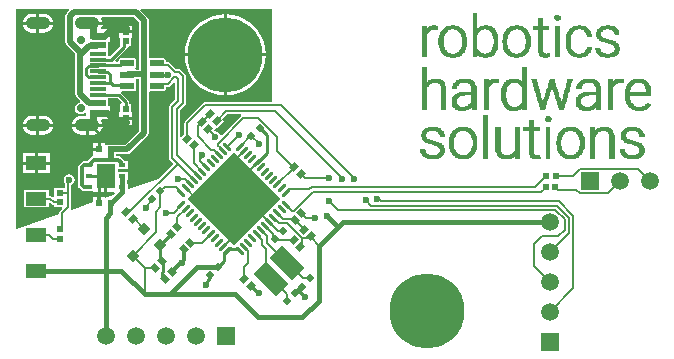
<source format=gtl>
G04*
G04 #@! TF.GenerationSoftware,Altium Limited,Altium Designer,23.1.1 (15)*
G04*
G04 Layer_Physical_Order=1*
G04 Layer_Color=255*
%FSLAX25Y25*%
%MOIN*%
G70*
G04*
G04 #@! TF.SameCoordinates,C0A30D0B-07C8-471D-B3AC-2C571FC99935*
G04*
G04*
G04 #@! TF.FilePolarity,Positive*
G04*
G01*
G75*
%ADD11C,0.00787*%
%ADD14C,0.00200*%
%ADD15C,0.01000*%
%ADD16R,0.02165X0.02362*%
%ADD17R,0.02165X0.02362*%
%ADD18R,0.01968X0.01968*%
%ADD19R,0.05709X0.02362*%
%ADD20R,0.05709X0.01181*%
%ADD21R,0.02362X0.02165*%
%ADD22R,0.02362X0.02165*%
G04:AMPARAMS|DCode=23|XSize=23.62mil|YSize=21.65mil|CornerRadius=0mil|HoleSize=0mil|Usage=FLASHONLY|Rotation=45.000|XOffset=0mil|YOffset=0mil|HoleType=Round|Shape=Rectangle|*
%AMROTATEDRECTD23*
4,1,4,-0.00070,-0.01601,-0.01601,-0.00070,0.00070,0.01601,0.01601,0.00070,-0.00070,-0.01601,0.0*
%
%ADD23ROTATEDRECTD23*%

G04:AMPARAMS|DCode=24|XSize=21.65mil|YSize=23.62mil|CornerRadius=0mil|HoleSize=0mil|Usage=FLASHONLY|Rotation=315.000|XOffset=0mil|YOffset=0mil|HoleType=Round|Shape=Rectangle|*
%AMROTATEDRECTD24*
4,1,4,-0.01601,-0.00070,0.00070,0.01601,0.01601,0.00070,-0.00070,-0.01601,-0.01601,-0.00070,0.0*
%
%ADD24ROTATEDRECTD24*%

G04:AMPARAMS|DCode=25|XSize=9.84mil|YSize=39.37mil|CornerRadius=0mil|HoleSize=0mil|Usage=FLASHONLY|Rotation=225.000|XOffset=0mil|YOffset=0mil|HoleType=Round|Shape=Round|*
%AMOVALD25*
21,1,0.02953,0.00984,0.00000,0.00000,315.0*
1,1,0.00984,-0.01044,0.01044*
1,1,0.00984,0.01044,-0.01044*
%
%ADD25OVALD25*%

G04:AMPARAMS|DCode=26|XSize=9.84mil|YSize=39.37mil|CornerRadius=0mil|HoleSize=0mil|Usage=FLASHONLY|Rotation=135.000|XOffset=0mil|YOffset=0mil|HoleType=Round|Shape=Round|*
%AMOVALD26*
21,1,0.02953,0.00984,0.00000,0.00000,225.0*
1,1,0.00984,0.01044,0.01044*
1,1,0.00984,-0.01044,-0.01044*
%
%ADD26OVALD26*%

%ADD27P,0.31180X4X180.0*%
G04:AMPARAMS|DCode=28|XSize=47.64mil|YSize=23.23mil|CornerRadius=2.9mil|HoleSize=0mil|Usage=FLASHONLY|Rotation=180.000|XOffset=0mil|YOffset=0mil|HoleType=Round|Shape=RoundedRectangle|*
%AMROUNDEDRECTD28*
21,1,0.04764,0.01742,0,0,180.0*
21,1,0.04183,0.02323,0,0,180.0*
1,1,0.00581,-0.02092,0.00871*
1,1,0.00581,0.02092,0.00871*
1,1,0.00581,0.02092,-0.00871*
1,1,0.00581,-0.02092,-0.00871*
%
%ADD28ROUNDEDRECTD28*%
G04:AMPARAMS|DCode=29|XSize=21.65mil|YSize=23.62mil|CornerRadius=0mil|HoleSize=0mil|Usage=FLASHONLY|Rotation=225.000|XOffset=0mil|YOffset=0mil|HoleType=Round|Shape=Rectangle|*
%AMROTATEDRECTD29*
4,1,4,-0.00070,0.01601,0.01601,-0.00070,0.00070,-0.01601,-0.01601,0.00070,-0.00070,0.01601,0.0*
%
%ADD29ROTATEDRECTD29*%

G04:AMPARAMS|DCode=30|XSize=23.62mil|YSize=21.65mil|CornerRadius=0mil|HoleSize=0mil|Usage=FLASHONLY|Rotation=315.000|XOffset=0mil|YOffset=0mil|HoleType=Round|Shape=Rectangle|*
%AMROTATEDRECTD30*
4,1,4,-0.01601,0.00070,-0.00070,0.01601,0.01601,-0.00070,0.00070,-0.01601,-0.01601,0.00070,0.0*
%
%ADD30ROTATEDRECTD30*%

%ADD31P,0.02784X4X270.0*%
%ADD32P,0.04243X4X270.0*%
%ADD33R,0.07087X0.04528*%
G04:AMPARAMS|DCode=34|XSize=59.06mil|YSize=106.3mil|CornerRadius=0mil|HoleSize=0mil|Usage=FLASHONLY|Rotation=225.000|XOffset=0mil|YOffset=0mil|HoleType=Round|Shape=Rectangle|*
%AMROTATEDRECTD34*
4,1,4,-0.01670,0.05846,0.05846,-0.01670,0.01670,-0.05846,-0.05846,0.01670,-0.01670,0.05846,0.0*
%
%ADD34ROTATEDRECTD34*%

%ADD65R,0.06299X0.08268*%
%ADD66R,0.02362X0.01378*%
%ADD67C,0.01575*%
%ADD68C,0.01968*%
%ADD69C,0.02362*%
%ADD70C,0.01378*%
%ADD71C,0.00591*%
%ADD72C,0.01181*%
%ADD73C,0.25000*%
%ADD74C,0.05906*%
%ADD75R,0.05906X0.05906*%
%ADD76R,0.05906X0.05906*%
%ADD77C,0.02756*%
%ADD78O,0.08268X0.04134*%
%ADD79C,0.03500*%
%ADD80C,0.02362*%
%ADD81C,0.01968*%
G36*
X42193Y-5783D02*
Y-21555D01*
X41056D01*
X40904Y-21055D01*
X40994Y-20994D01*
X41189Y-20703D01*
X41257Y-20359D01*
Y-18617D01*
X41189Y-18273D01*
X40994Y-17982D01*
X40703Y-17787D01*
X40359Y-17719D01*
X36176D01*
X35833Y-17787D01*
X35541Y-17982D01*
X35346Y-18273D01*
X35278Y-18617D01*
Y-18967D01*
X34440D01*
X34249Y-18505D01*
X38006Y-14748D01*
X38247Y-14387D01*
X38332Y-13961D01*
X38766Y-13780D01*
X39521D01*
Y-11039D01*
X39931D01*
Y-9457D01*
X35568D01*
Y-11039D01*
X35978D01*
Y-13631D01*
X32520Y-17089D01*
X31953D01*
Y-12508D01*
X32362D01*
Y-10827D01*
X28508D01*
Y-9827D01*
X32362D01*
Y-8146D01*
X29845D01*
X29623Y-7697D01*
X29651Y-7661D01*
X29960Y-6915D01*
X30000Y-6614D01*
X24905D01*
Y-5614D01*
X30000D01*
X29960Y-5314D01*
X29651Y-4567D01*
X29620Y-4527D01*
X29841Y-4078D01*
X40488D01*
X42193Y-5783D01*
D02*
G37*
G36*
X54082Y-26053D02*
Y-31465D01*
X52342Y-33205D01*
X52124Y-33531D01*
X52048Y-33915D01*
Y-50927D01*
X52124Y-51311D01*
X52342Y-51637D01*
X53651Y-52946D01*
X48630Y-57966D01*
X38794Y-61457D01*
X38386Y-61168D01*
Y-59547D01*
X38019D01*
Y-58366D01*
X38386D01*
Y-55807D01*
X37179D01*
X37152Y-55789D01*
X36614Y-55682D01*
X36077Y-55789D01*
X36049Y-55807D01*
X35252D01*
Y-54626D01*
X35996D01*
X36122Y-54651D01*
X36614D01*
X36740Y-54626D01*
X38386D01*
Y-52067D01*
X37344D01*
X37327Y-51981D01*
X37045Y-51558D01*
X36237Y-50751D01*
X35814Y-50468D01*
X35315Y-50369D01*
X34381D01*
Y-49736D01*
X38287D01*
X38287Y-49736D01*
X38902Y-49613D01*
X39423Y-49265D01*
X44934Y-43753D01*
X44935Y-43753D01*
X45283Y-43233D01*
X45405Y-42618D01*
X45405Y-42618D01*
Y-29064D01*
X45475Y-28975D01*
X45905Y-28707D01*
X46058Y-28738D01*
X50241D01*
X50585Y-28669D01*
X50876Y-28475D01*
X51071Y-28183D01*
X51139Y-27840D01*
Y-27353D01*
X51713D01*
X52097Y-27277D01*
X52422Y-27059D01*
X53620Y-25861D01*
X54082Y-26053D01*
D02*
G37*
G36*
X76295Y-36937D02*
X76219Y-36987D01*
X69780Y-43426D01*
X69302Y-43281D01*
X69287Y-43206D01*
X68895Y-42620D01*
X68309Y-42229D01*
X67618Y-42091D01*
X67566Y-42102D01*
X67320Y-41641D01*
X67692Y-41269D01*
X67692Y-41269D01*
X67942Y-41019D01*
X68045Y-40915D01*
X70448Y-38513D01*
X69974Y-38039D01*
X71577Y-36437D01*
X76143D01*
X76295Y-36937D01*
D02*
G37*
G36*
X86614Y-32229D02*
X64307D01*
X63923Y-32305D01*
X63597Y-32523D01*
X57597Y-38523D01*
X57379Y-38849D01*
X57303Y-39233D01*
Y-43123D01*
X56304Y-44122D01*
X55842Y-43931D01*
Y-35071D01*
X57582Y-33331D01*
X57800Y-33005D01*
X57876Y-32621D01*
Y-23811D01*
X57800Y-23427D01*
X57582Y-23102D01*
X56074Y-21593D01*
X55749Y-21376D01*
X55365Y-21299D01*
X54422D01*
X52422Y-19299D01*
X52097Y-19082D01*
X51713Y-19005D01*
X51139D01*
Y-18617D01*
X51071Y-18273D01*
X50876Y-17982D01*
X50585Y-17787D01*
X50241Y-17719D01*
X46058D01*
X45905Y-17749D01*
X45475Y-17482D01*
X45405Y-17393D01*
Y-5118D01*
X45283Y-4504D01*
X44935Y-3983D01*
X44934Y-3983D01*
X42633Y-1681D01*
X42840Y-1181D01*
X86614D01*
Y-32229D01*
D02*
G37*
G36*
X18957Y-1681D02*
X18061Y-2577D01*
X17713Y-3098D01*
X17591Y-3712D01*
X17591Y-3712D01*
Y-12298D01*
X17591Y-12298D01*
X17713Y-12912D01*
X18061Y-13433D01*
X20883Y-16254D01*
Y-16580D01*
X20883Y-16580D01*
X20883Y-16580D01*
Y-29664D01*
X20883Y-29664D01*
X21005Y-30279D01*
X21353Y-30799D01*
X22583Y-32030D01*
X22419Y-32573D01*
X22051Y-32646D01*
X21400Y-33081D01*
X20965Y-33732D01*
X20812Y-34500D01*
X20965Y-35268D01*
X21400Y-35919D01*
X22051Y-36354D01*
X22819Y-36507D01*
X23587Y-36354D01*
X24154Y-35976D01*
X24654Y-36129D01*
Y-37037D01*
X22839D01*
X22038Y-37142D01*
X21292Y-37451D01*
X20651Y-37943D01*
X20160Y-38583D01*
X19851Y-39329D01*
X19811Y-39630D01*
X30000D01*
X29960Y-39329D01*
X29651Y-38583D01*
X29623Y-38547D01*
X29845Y-38098D01*
X32362D01*
Y-36417D01*
X28508D01*
Y-35417D01*
X32362D01*
Y-33736D01*
X31953D01*
Y-31124D01*
X35015D01*
X36364Y-32472D01*
X36157Y-32972D01*
X35978D01*
Y-35713D01*
X35568D01*
Y-37295D01*
X37750D01*
X39931D01*
Y-35713D01*
X39521D01*
Y-32972D01*
X38879D01*
Y-32303D01*
X38879Y-32303D01*
X38794Y-31877D01*
X38553Y-31517D01*
X36274Y-29238D01*
X36276Y-29186D01*
X36432Y-28738D01*
X40359D01*
X40703Y-28669D01*
X40994Y-28475D01*
X41189Y-28183D01*
X41257Y-27840D01*
Y-26097D01*
X41189Y-25754D01*
X40994Y-25462D01*
X41129Y-24958D01*
X41322Y-24766D01*
X42193D01*
Y-41953D01*
X37622Y-46524D01*
X32776D01*
X32620Y-46555D01*
X31323D01*
X31201Y-46555D01*
X30823Y-46260D01*
Y-46146D01*
X29339D01*
Y-48130D01*
X28839D01*
Y-48630D01*
X26854D01*
X26854Y-50017D01*
X26777Y-50200D01*
X26708Y-50298D01*
X26555Y-50490D01*
X26164Y-50751D01*
X25160Y-51755D01*
X24968Y-52042D01*
X23937D01*
X23438Y-52141D01*
X23015Y-52424D01*
X22207Y-53231D01*
X21925Y-53654D01*
X21825Y-54154D01*
Y-60020D01*
X21925Y-60519D01*
X22207Y-60942D01*
X23015Y-61749D01*
X23438Y-62032D01*
X23937Y-62131D01*
X25591D01*
X25717Y-62106D01*
X26953D01*
Y-62221D01*
X30602D01*
Y-57087D01*
X31602D01*
Y-62221D01*
X33958D01*
X34150Y-62682D01*
X33495Y-63337D01*
X30878Y-64266D01*
X30724Y-64157D01*
Y-64157D01*
X29240D01*
Y-66142D01*
X28240D01*
Y-64157D01*
X26756D01*
Y-65728D01*
X19719Y-68225D01*
X19451Y-67956D01*
X19395Y-67809D01*
X19431Y-67756D01*
X19508Y-67372D01*
Y-62598D01*
Y-59953D01*
X19589Y-59937D01*
X20175Y-59545D01*
X20567Y-58959D01*
X20704Y-58268D01*
X20567Y-57577D01*
X20175Y-56990D01*
X19589Y-56599D01*
X18898Y-56461D01*
X18206Y-56599D01*
X17620Y-56990D01*
X17229Y-57577D01*
X17091Y-58268D01*
X17229Y-58959D01*
X17500Y-59365D01*
Y-60925D01*
X13976D01*
Y-63819D01*
X13476Y-64026D01*
X13308Y-63857D01*
X12982Y-63640D01*
X12598Y-63563D01*
X12008D01*
Y-61713D01*
X3740D01*
Y-67421D01*
X12008D01*
Y-66103D01*
X12508Y-65896D01*
X13070Y-66458D01*
X13396Y-66675D01*
X13780Y-66752D01*
X13976D01*
Y-67421D01*
X16382D01*
X16574Y-67883D01*
X15826Y-68631D01*
X15608Y-68957D01*
X15532Y-69340D01*
Y-69711D01*
X1589Y-74658D01*
X1181Y-74370D01*
Y-64173D01*
Y-60236D01*
Y-1181D01*
X18750D01*
X18957Y-1681D01*
D02*
G37*
%LPC*%
G36*
X39931Y-6874D02*
X38250D01*
Y-8457D01*
X39931D01*
Y-6874D01*
D02*
G37*
G36*
X37250D02*
X35568D01*
Y-8457D01*
X37250D01*
Y-6874D01*
D02*
G37*
G36*
X71400Y-3098D02*
Y-16100D01*
X84402D01*
X84275Y-14482D01*
X83779Y-12415D01*
X82966Y-10452D01*
X81855Y-8640D01*
X80475Y-7024D01*
X78860Y-5644D01*
X77048Y-4534D01*
X75085Y-3721D01*
X73018Y-3225D01*
X71400Y-3098D01*
D02*
G37*
G36*
X70400D02*
X68782Y-3225D01*
X66715Y-3721D01*
X64752Y-4534D01*
X62940Y-5644D01*
X61325Y-7024D01*
X59944Y-8640D01*
X58834Y-10452D01*
X58021Y-12415D01*
X57525Y-14482D01*
X57398Y-16100D01*
X70400D01*
Y-3098D01*
D02*
G37*
G36*
X84402Y-17100D02*
X71400D01*
Y-30102D01*
X73018Y-29975D01*
X75085Y-29479D01*
X77048Y-28666D01*
X78860Y-27556D01*
X80475Y-26175D01*
X81855Y-24560D01*
X82966Y-22748D01*
X83779Y-20785D01*
X84275Y-18718D01*
X84402Y-17100D01*
D02*
G37*
G36*
X70400D02*
X57398D01*
X57525Y-18718D01*
X58021Y-20785D01*
X58834Y-22748D01*
X59944Y-24560D01*
X61325Y-26175D01*
X62940Y-27556D01*
X64752Y-28666D01*
X66715Y-29479D01*
X68782Y-29975D01*
X70400Y-30102D01*
Y-17100D01*
D02*
G37*
G36*
X10516Y-3021D02*
X8949D01*
Y-5614D01*
X13543D01*
X13504Y-5314D01*
X13195Y-4567D01*
X12703Y-3927D01*
X12062Y-3435D01*
X11316Y-3126D01*
X10516Y-3021D01*
D02*
G37*
G36*
X7949D02*
X6382D01*
X5581Y-3126D01*
X4835Y-3435D01*
X4194Y-3927D01*
X3703Y-4567D01*
X3394Y-5314D01*
X3354Y-5614D01*
X7949D01*
Y-3021D01*
D02*
G37*
G36*
X13543Y-6614D02*
X8949D01*
Y-9208D01*
X10516D01*
X11316Y-9102D01*
X12062Y-8793D01*
X12703Y-8302D01*
X13195Y-7661D01*
X13504Y-6915D01*
X13543Y-6614D01*
D02*
G37*
G36*
X7949D02*
X3354D01*
X3394Y-6915D01*
X3703Y-7661D01*
X4194Y-8302D01*
X4835Y-8793D01*
X5581Y-9102D01*
X6382Y-9208D01*
X7949D01*
Y-6614D01*
D02*
G37*
G36*
X10516Y-37037D02*
X8949D01*
Y-39630D01*
X13543D01*
X13504Y-39329D01*
X13195Y-38583D01*
X12703Y-37943D01*
X12062Y-37451D01*
X11316Y-37142D01*
X10516Y-37037D01*
D02*
G37*
G36*
X7949D02*
X6382D01*
X5581Y-37142D01*
X4835Y-37451D01*
X4194Y-37943D01*
X3703Y-38583D01*
X3394Y-39329D01*
X3354Y-39630D01*
X7949D01*
Y-37037D01*
D02*
G37*
G36*
X39931Y-38295D02*
X38250D01*
Y-39878D01*
X39931D01*
Y-38295D01*
D02*
G37*
G36*
X37250D02*
X35568D01*
Y-39878D01*
X37250D01*
Y-38295D01*
D02*
G37*
G36*
X30000Y-40630D02*
X25405D01*
Y-43223D01*
X26972D01*
X27773Y-43118D01*
X28519Y-42809D01*
X29160Y-42317D01*
X29651Y-41677D01*
X29960Y-40931D01*
X30000Y-40630D01*
D02*
G37*
G36*
X24406D02*
X19811D01*
X19851Y-40931D01*
X20160Y-41677D01*
X20651Y-42317D01*
X21292Y-42809D01*
X22038Y-43118D01*
X22839Y-43223D01*
X24406D01*
Y-40630D01*
D02*
G37*
G36*
X13543D02*
X8949D01*
Y-43223D01*
X10516D01*
X11316Y-43118D01*
X12062Y-42809D01*
X12703Y-42317D01*
X13195Y-41677D01*
X13504Y-40931D01*
X13543Y-40630D01*
D02*
G37*
G36*
X7949D02*
X3354D01*
X3394Y-40931D01*
X3703Y-41677D01*
X4194Y-42317D01*
X4835Y-42809D01*
X5581Y-43118D01*
X6382Y-43223D01*
X7949D01*
Y-40630D01*
D02*
G37*
G36*
X28339Y-46146D02*
X26854D01*
Y-47630D01*
X28339D01*
Y-46146D01*
D02*
G37*
G36*
X12417Y-49492D02*
X8374D01*
Y-52256D01*
X12417D01*
Y-49492D01*
D02*
G37*
G36*
X7374D02*
X3331D01*
Y-52256D01*
X7374D01*
Y-49492D01*
D02*
G37*
G36*
X12417Y-53256D02*
X8374D01*
Y-56020D01*
X12417D01*
Y-53256D01*
D02*
G37*
G36*
X7374D02*
X3331D01*
Y-56020D01*
X7374D01*
Y-53256D01*
D02*
G37*
%LPD*%
D11*
X99700Y-60600D02*
X174250D01*
X177850Y-57098D02*
Y-57000D01*
X177161Y-57787D02*
X177850Y-57098D01*
X177063Y-57787D02*
X177161D01*
X174250Y-60600D02*
X177063Y-57787D01*
X92129Y-61471D02*
X98830D01*
X91085Y-62515D02*
X92129Y-61471D01*
X98830D02*
X99700Y-60600D01*
X91085Y-66690D02*
X93121Y-68726D01*
X93774D02*
X100100Y-62400D01*
X176324D01*
X93121Y-68726D02*
X93774D01*
X176324Y-62400D02*
X177825Y-60898D01*
X117717Y-64961D02*
X119646Y-66890D01*
X105512Y-65354D02*
X108425Y-68268D01*
X122855Y-65500D02*
X182035D01*
X119646Y-66890D02*
X181457D01*
X180866Y-68268D02*
X184055Y-71457D01*
X122080Y-64724D02*
X122855Y-65500D01*
X108425Y-68268D02*
X180866D01*
X181457Y-66890D02*
X185433Y-70866D01*
X121653Y-64724D02*
X122080D01*
X97798Y-70866D02*
X100689D01*
X189002Y-54724D02*
X208425D01*
X186826Y-56900D02*
X189002Y-54724D01*
X181000Y-57000D02*
X181100Y-56900D01*
X186826D01*
X208425Y-54724D02*
X212362Y-58661D01*
X181664Y-61587D02*
X187991D01*
X189002Y-62598D02*
X198425D01*
X202362Y-58661D01*
X180975Y-60898D02*
Y-60800D01*
Y-60898D02*
X181664Y-61587D01*
X187991D02*
X189002Y-62598D01*
X177825Y-60898D02*
Y-60800D01*
X182035Y-65500D02*
X186909Y-70374D01*
X185433Y-75906D02*
Y-70866D01*
X184055Y-74902D02*
Y-71457D01*
X186909Y-94429D02*
Y-70374D01*
X181791Y-77165D02*
X184055Y-74902D01*
X179134Y-82205D02*
X185433Y-75906D01*
X176575Y-77165D02*
X181791D01*
X173917Y-79823D02*
X176575Y-77165D01*
X173917Y-86988D02*
Y-79823D01*
X79612Y-43518D02*
X82368Y-46274D01*
X75774Y-47203D02*
X79612Y-43365D01*
X96452Y-80641D02*
Y-77653D01*
X95995Y-56232D02*
X97598Y-57834D01*
X105610D01*
X54999Y-52875D02*
X59256Y-57132D01*
X53051Y-50927D02*
X54999Y-52875D01*
X61159Y-64602D02*
X67562D01*
X55118Y-57874D02*
X55419Y-58175D01*
X57462D01*
X59017Y-59731D02*
X59071D01*
X57462Y-58175D02*
X59017Y-59731D01*
X50689Y-60630D02*
X54402D01*
X49325Y-61994D02*
X50689Y-60630D01*
X54402D02*
X56287Y-62515D01*
X44390Y-67716D02*
Y-67323D01*
X46541Y-65171D01*
X54839Y-50059D02*
X60584Y-55804D01*
X53051Y-33915D02*
X55085Y-31881D01*
X60584Y-55804D02*
X60659D01*
X53051Y-50927D02*
Y-33915D01*
X54839Y-50059D02*
Y-34655D01*
X56873Y-32621D01*
X179134Y-102205D02*
X186909Y-94429D01*
X173917Y-86988D02*
X179134Y-92205D01*
X87500Y-35433D02*
X109744Y-57677D01*
Y-57972D02*
Y-57677D01*
X71161Y-35433D02*
X87500D01*
X113976Y-57874D02*
Y-57734D01*
X89475Y-33233D02*
X113976Y-57734D01*
X64307Y-33233D02*
X89475D01*
X98886Y-77653D02*
X99440Y-77098D01*
Y-77491D02*
X102165Y-80216D01*
X99440Y-77491D02*
Y-77098D01*
X65256Y-41437D02*
Y-41339D01*
X67618Y-43898D02*
Y-43799D01*
X65256Y-41437D02*
X67618Y-43799D01*
X68416Y-46861D02*
X69008Y-47453D01*
X68416Y-46861D02*
Y-46209D01*
X70153Y-48595D02*
X70206D01*
X69008Y-47453D02*
X69011D01*
X70153Y-48595D01*
X68416Y-46209D02*
X76929Y-37697D01*
X81946D01*
X88202Y-43953D01*
Y-48795D02*
Y-43953D01*
Y-48795D02*
X93670Y-54263D01*
X71598Y-47203D02*
X75492Y-43309D01*
X44193Y-96162D02*
Y-87728D01*
X48150Y-19488D02*
X48670Y-20009D01*
X51713D01*
X54007Y-22303D01*
X55365D01*
X56873Y-32621D02*
Y-23811D01*
X53972Y-24090D02*
X54624D01*
X51713Y-26350D02*
X53972Y-24090D01*
X54624D02*
X55085Y-24552D01*
Y-31881D02*
Y-24552D01*
X55365Y-22303D02*
X56873Y-23811D01*
X48768Y-26350D02*
X51713D01*
X48150Y-26969D02*
X48768Y-26350D01*
X58306Y-39233D02*
X64307Y-33233D01*
X58237Y-44556D02*
X58306Y-44486D01*
Y-39233D01*
X68012Y-38583D02*
X71161Y-35433D01*
X88301Y-59731D02*
X93670Y-54362D01*
X64638Y-54163D02*
Y-54163D01*
X62573Y-52098D02*
X64638Y-54163D01*
X62573Y-52098D02*
Y-51197D01*
X63163Y-50608D02*
Y-50075D01*
X62573Y-51197D02*
X63163Y-50608D01*
X46541Y-65171D02*
Y-64778D01*
X51083Y-69291D02*
X53686D01*
X56287Y-66690D01*
X40099Y-83634D02*
X47933Y-75799D01*
X49325Y-67506D02*
Y-61994D01*
X47933Y-75799D02*
Y-68898D01*
X49325Y-67506D01*
X54952Y-74083D02*
Y-70809D01*
X57679Y-68082D01*
X43996Y-96358D02*
X44193Y-96162D01*
Y-87728D02*
X47607D01*
X77204Y-87224D02*
X78445Y-85983D01*
X77166Y-80663D02*
X78445Y-81942D01*
Y-85983D02*
Y-81942D01*
X77204Y-91337D02*
Y-87224D01*
X77135Y-91406D02*
X77204Y-91337D01*
X16535Y-74114D02*
Y-69340D01*
X18504Y-67372D02*
Y-62598D01*
X15748Y-74803D02*
X15846D01*
X16535Y-74114D01*
Y-69340D02*
X18504Y-67372D01*
X77166Y-80663D02*
Y-80610D01*
X60659Y-55804D02*
X61801Y-56947D01*
X59320Y-57143D02*
X60462Y-58285D01*
X61801Y-56947D02*
X61854D01*
X60462Y-58339D02*
Y-58285D01*
X73686Y-70727D02*
Y-64602D01*
Y-76851D02*
Y-70727D01*
Y-77130D02*
Y-76851D01*
X70206Y-80610D02*
X73686Y-77130D01*
X96291Y-69359D02*
X97798Y-70866D01*
X82734Y-75042D02*
X84815Y-77123D01*
Y-79401D02*
Y-77123D01*
Y-79401D02*
X91351Y-85938D01*
X91522D01*
X81342Y-76434D02*
X83240Y-78332D01*
Y-80054D02*
Y-78332D01*
Y-80054D02*
X84449Y-81262D01*
Y-89443D02*
Y-81262D01*
Y-89443D02*
X86233Y-91227D01*
X96712Y-91128D02*
X99128D01*
X91522Y-85938D02*
X96712Y-91128D01*
X91423Y-98833D02*
Y-96417D01*
X86233Y-91227D02*
X91423Y-96417D01*
X86910Y-77587D02*
Y-76434D01*
Y-77587D02*
X87486Y-78164D01*
X84126Y-73650D02*
X86910Y-76434D01*
X85518Y-72258D02*
X88639Y-75380D01*
X90270D01*
X87601Y-78279D02*
X93670D01*
X87486Y-78164D02*
X87601Y-78279D01*
X86910Y-70866D02*
X88850Y-72807D01*
X91606D01*
X96452Y-77653D01*
X95897Y-80641D02*
X96452D01*
Y-77653D02*
X98886D01*
X97213Y-74871D02*
Y-74736D01*
X94064Y-71586D02*
X97213Y-74736D01*
X88301Y-69474D02*
X90059Y-71232D01*
X93709D01*
X94064Y-71586D01*
X93670Y-54362D02*
Y-54263D01*
X59283Y-79201D02*
X63263D01*
X66030Y-76434D01*
X61713Y-40428D02*
X63029Y-39112D01*
X65785Y-36356D01*
X61713Y-43777D02*
Y-40428D01*
X66164Y-48228D02*
X67056D01*
X68814Y-49987D01*
X61713Y-43777D02*
X66164Y-48228D01*
X39992Y-70799D02*
X43811Y-74618D01*
X40099Y-83634D02*
X44193Y-87728D01*
X57679Y-61123D02*
X61159Y-64602D01*
X67562D02*
X73686D01*
Y-58478D02*
Y-52353D01*
Y-52075D01*
Y-64602D02*
Y-60427D01*
Y-58478D01*
X77862Y-64602D02*
X85518Y-72258D01*
X73686Y-64602D02*
X77862D01*
X7874Y-76772D02*
X12205D01*
X13386Y-77953D01*
X15748D01*
X7874Y-64567D02*
X12598D01*
X13780Y-65748D01*
X15748D01*
X60464Y-52772D02*
X63246Y-55555D01*
X73686Y-60427D02*
X81342Y-52771D01*
X73686Y-52075D02*
X77166Y-48595D01*
X15748Y-62598D02*
X18504D01*
Y-58661D01*
X18898Y-58268D01*
X60464Y-52772D02*
Y-46783D01*
D14*
X205553Y-51139D02*
X207353D01*
X184953D02*
X186553D01*
X173753D02*
X175153D01*
X163553D02*
X165153D01*
X149153D02*
X150753D01*
X138953D02*
X140753D01*
X204753Y-50939D02*
X208353D01*
X198953D02*
X200353D01*
X192553D02*
X193753D01*
X184153D02*
X187553D01*
X177753D02*
X178953D01*
X173153D02*
X175753D01*
X167553D02*
X168753D01*
X162753D02*
X166153D01*
X156953D02*
X158153D01*
X148353D02*
X151753D01*
X138153D02*
X141753D01*
X204153Y-50739D02*
X208753D01*
X198953D02*
X200353D01*
X192553D02*
X193753D01*
X183753D02*
X187953D01*
X177753D02*
X178953D01*
X172753D02*
X175753D01*
X167553D02*
X168753D01*
X162353D02*
X166553D01*
X156953D02*
X158153D01*
X147953D02*
X152153D01*
X137553D02*
X142153D01*
X203953Y-50539D02*
X209153D01*
X198953D02*
X200353D01*
X192553D02*
X193753D01*
X183353D02*
X188353D01*
X177753D02*
X178953D01*
X172553D02*
X175553D01*
X167553D02*
X168753D01*
X162153D02*
X166953D01*
X156953D02*
X158153D01*
X147553D02*
X152553D01*
X137353D02*
X142553D01*
X203553Y-50339D02*
X209353D01*
X198953D02*
X200353D01*
X192553D02*
X193753D01*
X183153D02*
X188553D01*
X177753D02*
X178953D01*
X172553D02*
X175553D01*
X167553D02*
X168753D01*
X161953D02*
X167153D01*
X156953D02*
X158153D01*
X147353D02*
X152753D01*
X136953D02*
X142753D01*
X203353Y-50139D02*
X209553D01*
X198953D02*
X200353D01*
X192553D02*
X193753D01*
X182953D02*
X188753D01*
X177753D02*
X178953D01*
X172353D02*
X175553D01*
X167553D02*
X168753D01*
X161753D02*
X167353D01*
X156953D02*
X158153D01*
X146953D02*
X152953D01*
X136753D02*
X142953D01*
X207353Y-49939D02*
X209753D01*
X203153D02*
X205553D01*
X198953D02*
X200353D01*
X192553D02*
X193753D01*
X186553D02*
X188953D01*
X182553D02*
X185153D01*
X177753D02*
X178953D01*
X175353D02*
X175553D01*
X172353D02*
X174153D01*
X165353D02*
X168753D01*
X161553D02*
X163953D01*
X156953D02*
X158153D01*
X150753D02*
X153153D01*
X146753D02*
X149353D01*
X140753D02*
X143153D01*
X136553D02*
X138953D01*
X207953Y-49739D02*
X209953D01*
X202953D02*
X204953D01*
X198953D02*
X200353D01*
X192553D02*
X193753D01*
X187153D02*
X189153D01*
X182553D02*
X184553D01*
X177753D02*
X178953D01*
X172153D02*
X173753D01*
X165953D02*
X168753D01*
X161553D02*
X163353D01*
X156953D02*
X158153D01*
X151353D02*
X153353D01*
X146753D02*
X148753D01*
X141353D02*
X143353D01*
X136353D02*
X138353D01*
X208353Y-49539D02*
X210153D01*
X202953D02*
X204753D01*
X198953D02*
X200353D01*
X192553D02*
X193753D01*
X187553D02*
X189353D01*
X182353D02*
X184153D01*
X177753D02*
X178953D01*
X172153D02*
X173553D01*
X166353D02*
X168753D01*
X161353D02*
X163153D01*
X156953D02*
X158153D01*
X151753D02*
X153553D01*
X146553D02*
X148353D01*
X141753D02*
X143553D01*
X136353D02*
X138153D01*
X208553Y-49339D02*
X210153D01*
X202753D02*
X204353D01*
X198953D02*
X200353D01*
X192553D02*
X193753D01*
X187753D02*
X189553D01*
X182153D02*
X183953D01*
X177753D02*
X178953D01*
X172153D02*
X173553D01*
X166553D02*
X168753D01*
X161353D02*
X162953D01*
X156953D02*
X158153D01*
X151953D02*
X153753D01*
X146353D02*
X148153D01*
X141953D02*
X143553D01*
X136153D02*
X137753D01*
X208753Y-49139D02*
X210153D01*
X202753D02*
X204153D01*
X198953D02*
X200353D01*
X192553D02*
X193753D01*
X187953D02*
X189753D01*
X181953D02*
X183753D01*
X177753D02*
X178953D01*
X172153D02*
X173553D01*
X166753D02*
X168753D01*
X161153D02*
X162753D01*
X156953D02*
X158153D01*
X152153D02*
X153953D01*
X146153D02*
X147953D01*
X142153D02*
X143553D01*
X136153D02*
X137553D01*
X208953Y-48939D02*
X210353D01*
X202553D02*
X204153D01*
X198953D02*
X200353D01*
X192553D02*
X193753D01*
X188153D02*
X189753D01*
X181953D02*
X183553D01*
X177753D02*
X178953D01*
X172153D02*
X173353D01*
X166953D02*
X168753D01*
X161153D02*
X162553D01*
X156953D02*
X158153D01*
X152353D02*
X153953D01*
X146153D02*
X147753D01*
X142353D02*
X143753D01*
X135953D02*
X137553D01*
X208953Y-48739D02*
X210353D01*
X202553D02*
X203953D01*
X198953D02*
X200353D01*
X192553D02*
X193753D01*
X188353D02*
X189953D01*
X181753D02*
X183353D01*
X177753D02*
X178953D01*
X172153D02*
X173353D01*
X167153D02*
X168753D01*
X161153D02*
X162553D01*
X156953D02*
X158153D01*
X152553D02*
X154153D01*
X145953D02*
X147553D01*
X142353D02*
X143753D01*
X135953D02*
X137353D01*
X208953Y-48539D02*
X210353D01*
X202553D02*
X203953D01*
X198953D02*
X200353D01*
X192553D02*
X193753D01*
X188353D02*
X189953D01*
X181753D02*
X183153D01*
X177753D02*
X178953D01*
X172153D02*
X173353D01*
X167153D02*
X168753D01*
X160953D02*
X162553D01*
X156953D02*
X158153D01*
X152553D02*
X154153D01*
X145953D02*
X147353D01*
X142353D02*
X143753D01*
X135953D02*
X137353D01*
X208953Y-48339D02*
X210353D01*
X202553D02*
X203953D01*
X198953D02*
X200353D01*
X192553D02*
X193753D01*
X188553D02*
X189953D01*
X181553D02*
X183153D01*
X177753D02*
X178953D01*
X172153D02*
X173353D01*
X167353D02*
X168753D01*
X160953D02*
X162353D01*
X156953D02*
X158153D01*
X152753D02*
X154153D01*
X145753D02*
X147353D01*
X142353D02*
X143753D01*
X135953D02*
X137353D01*
X208953Y-48139D02*
X210353D01*
X202553D02*
X203753D01*
X198953D02*
X200353D01*
X192553D02*
X193753D01*
X188753D02*
X190153D01*
X181553D02*
X182953D01*
X177753D02*
X178953D01*
X172153D02*
X173353D01*
X167353D02*
X168753D01*
X160953D02*
X162353D01*
X156953D02*
X158153D01*
X152953D02*
X154353D01*
X145753D02*
X147153D01*
X142353D02*
X143753D01*
X135953D02*
X137153D01*
X208953Y-47939D02*
X210353D01*
X198953D02*
X200353D01*
X192553D02*
X193753D01*
X188753D02*
X190153D01*
X181553D02*
X182953D01*
X177753D02*
X178953D01*
X172153D02*
X173353D01*
X167553D02*
X168753D01*
X160953D02*
X162353D01*
X156953D02*
X158153D01*
X152953D02*
X154353D01*
X145753D02*
X147153D01*
X142353D02*
X143753D01*
X208953Y-47739D02*
X210353D01*
X198953D02*
X200353D01*
X192553D02*
X193753D01*
X188753D02*
X190153D01*
X181353D02*
X182953D01*
X177753D02*
X178953D01*
X172153D02*
X173353D01*
X167553D02*
X168753D01*
X160953D02*
X162353D01*
X156953D02*
X158153D01*
X152953D02*
X154353D01*
X145553D02*
X146953D01*
X142353D02*
X143753D01*
X208753Y-47539D02*
X210353D01*
X198953D02*
X200353D01*
X192553D02*
X193753D01*
X188953D02*
X190353D01*
X181353D02*
X182753D01*
X177753D02*
X178953D01*
X172153D02*
X173353D01*
X167553D02*
X168753D01*
X160953D02*
X162353D01*
X156953D02*
X158153D01*
X153153D02*
X154553D01*
X145553D02*
X146953D01*
X142153D02*
X143753D01*
X208553Y-47339D02*
X210153D01*
X198953D02*
X200353D01*
X192553D02*
X193753D01*
X188953D02*
X190353D01*
X181353D02*
X182753D01*
X177753D02*
X178953D01*
X172153D02*
X173353D01*
X167553D02*
X168753D01*
X160953D02*
X162353D01*
X156953D02*
X158153D01*
X153153D02*
X154553D01*
X145553D02*
X146953D01*
X141953D02*
X143553D01*
X208353Y-47139D02*
X210153D01*
X198953D02*
X200353D01*
X192553D02*
X193753D01*
X188953D02*
X190353D01*
X181353D02*
X182753D01*
X177753D02*
X178953D01*
X172153D02*
X173353D01*
X167553D02*
X168753D01*
X160953D02*
X162353D01*
X156953D02*
X158153D01*
X153153D02*
X154553D01*
X145553D02*
X146953D01*
X141753D02*
X143553D01*
X208153Y-46939D02*
X209953D01*
X198953D02*
X200353D01*
X192553D02*
X193753D01*
X188953D02*
X190353D01*
X181353D02*
X182553D01*
X177753D02*
X178953D01*
X172153D02*
X173353D01*
X167553D02*
X168753D01*
X160953D02*
X162353D01*
X156953D02*
X158153D01*
X153153D02*
X154553D01*
X145553D02*
X146753D01*
X141553D02*
X143353D01*
X207753Y-46739D02*
X209953D01*
X198953D02*
X200353D01*
X192553D02*
X193753D01*
X189153D02*
X190353D01*
X181353D02*
X182553D01*
X177753D02*
X178953D01*
X172153D02*
X173353D01*
X167553D02*
X168753D01*
X160953D02*
X162353D01*
X156953D02*
X158153D01*
X153353D02*
X154553D01*
X145553D02*
X146753D01*
X141153D02*
X143353D01*
X207153Y-46539D02*
X209753D01*
X198953D02*
X200353D01*
X192553D02*
X193753D01*
X189153D02*
X190353D01*
X181353D02*
X182553D01*
X177753D02*
X178953D01*
X172153D02*
X173353D01*
X167553D02*
X168753D01*
X160953D02*
X162353D01*
X156953D02*
X158153D01*
X153353D02*
X154553D01*
X145553D02*
X146753D01*
X140553D02*
X143153D01*
X206353Y-46339D02*
X209553D01*
X198953D02*
X200353D01*
X192553D02*
X193753D01*
X189153D02*
X190353D01*
X181153D02*
X182553D01*
X177753D02*
X178953D01*
X172153D02*
X173353D01*
X167553D02*
X168753D01*
X160953D02*
X162353D01*
X156953D02*
X158153D01*
X153353D02*
X154553D01*
X145353D02*
X146753D01*
X139753D02*
X142953D01*
X205553Y-46139D02*
X209353D01*
X198953D02*
X200353D01*
X192553D02*
X193753D01*
X189153D02*
X190353D01*
X181153D02*
X182553D01*
X177753D02*
X178953D01*
X172153D02*
X173353D01*
X167553D02*
X168753D01*
X160953D02*
X162353D01*
X156953D02*
X158153D01*
X153353D02*
X154553D01*
X145353D02*
X146753D01*
X138953D02*
X142753D01*
X204953Y-45939D02*
X208953D01*
X198953D02*
X200353D01*
X192553D02*
X193753D01*
X189153D02*
X190353D01*
X181153D02*
X182553D01*
X177753D02*
X178953D01*
X172153D02*
X173353D01*
X167553D02*
X168753D01*
X160953D02*
X162353D01*
X156953D02*
X158153D01*
X153353D02*
X154553D01*
X145353D02*
X146753D01*
X138353D02*
X142353D01*
X204353Y-45739D02*
X208553D01*
X198953D02*
X200353D01*
X192553D02*
X193753D01*
X189153D02*
X190353D01*
X181153D02*
X182553D01*
X177753D02*
X178953D01*
X172153D02*
X173353D01*
X167553D02*
X168753D01*
X160953D02*
X162353D01*
X156953D02*
X158153D01*
X153353D02*
X154553D01*
X145353D02*
X146753D01*
X137753D02*
X141953D01*
X203953Y-45539D02*
X207953D01*
X198953D02*
X200353D01*
X192553D02*
X193753D01*
X189153D02*
X190353D01*
X181153D02*
X182553D01*
X177753D02*
X178953D01*
X172153D02*
X173353D01*
X167553D02*
X168753D01*
X160953D02*
X162353D01*
X156953D02*
X158153D01*
X153353D02*
X154553D01*
X145353D02*
X146753D01*
X137353D02*
X141353D01*
X203753Y-45339D02*
X207353D01*
X198953D02*
X200353D01*
X192553D02*
X193753D01*
X189153D02*
X190353D01*
X181153D02*
X182553D01*
X177753D02*
X178953D01*
X172153D02*
X173353D01*
X167553D02*
X168753D01*
X160953D02*
X162353D01*
X156953D02*
X158153D01*
X153353D02*
X154553D01*
X145353D02*
X146753D01*
X137153D02*
X140753D01*
X203553Y-45139D02*
X206553D01*
X198953D02*
X200353D01*
X192553D02*
X193753D01*
X189153D02*
X190353D01*
X181353D02*
X182553D01*
X177753D02*
X178953D01*
X172153D02*
X173353D01*
X167553D02*
X168753D01*
X160953D02*
X162353D01*
X156953D02*
X158153D01*
X153353D02*
X154553D01*
X145553D02*
X146753D01*
X136953D02*
X139953D01*
X203353Y-44939D02*
X205753D01*
X198953D02*
X200353D01*
X192553D02*
X193753D01*
X189153D02*
X190353D01*
X181353D02*
X182553D01*
X177753D02*
X178953D01*
X172153D02*
X173353D01*
X167553D02*
X168753D01*
X160953D02*
X162353D01*
X156953D02*
X158153D01*
X153353D02*
X154553D01*
X145553D02*
X146753D01*
X136753D02*
X139153D01*
X203153Y-44739D02*
X205353D01*
X198953D02*
X200353D01*
X192553D02*
X193753D01*
X188953D02*
X190353D01*
X181353D02*
X182753D01*
X177753D02*
X178953D01*
X172153D02*
X173353D01*
X167553D02*
X168753D01*
X160953D02*
X162353D01*
X156953D02*
X158153D01*
X153153D02*
X154553D01*
X145553D02*
X146953D01*
X136553D02*
X138753D01*
X202953Y-44539D02*
X204953D01*
X198953D02*
X200353D01*
X192553D02*
X193753D01*
X188953D02*
X190353D01*
X181353D02*
X182753D01*
X177753D02*
X178953D01*
X172153D02*
X173353D01*
X167553D02*
X168753D01*
X160953D02*
X162353D01*
X156953D02*
X158153D01*
X153153D02*
X154553D01*
X145553D02*
X146953D01*
X136353D02*
X138353D01*
X202953Y-44339D02*
X204553D01*
X198953D02*
X200353D01*
X192553D02*
X193753D01*
X188953D02*
X190353D01*
X181353D02*
X182753D01*
X177753D02*
X178953D01*
X172153D02*
X173353D01*
X167553D02*
X168753D01*
X160953D02*
X162353D01*
X156953D02*
X158153D01*
X153153D02*
X154553D01*
X145553D02*
X146953D01*
X136353D02*
X137953D01*
X202953Y-44139D02*
X204353D01*
X198953D02*
X200353D01*
X192553D02*
X193753D01*
X188953D02*
X190353D01*
X181353D02*
X182753D01*
X177753D02*
X178953D01*
X172153D02*
X173353D01*
X167553D02*
X168753D01*
X160953D02*
X162353D01*
X156953D02*
X158153D01*
X153153D02*
X154553D01*
X145553D02*
X146953D01*
X136353D02*
X137753D01*
X202953Y-43939D02*
X204353D01*
X198953D02*
X200353D01*
X192553D02*
X193953D01*
X188753D02*
X190153D01*
X181553D02*
X182953D01*
X177753D02*
X178953D01*
X172153D02*
X173353D01*
X167553D02*
X168753D01*
X160953D02*
X162353D01*
X156953D02*
X158153D01*
X152953D02*
X154353D01*
X145553D02*
X147153D01*
X136353D02*
X137753D01*
X208953Y-43739D02*
X210353D01*
X202753D02*
X204153D01*
X198953D02*
X200353D01*
X192553D02*
X193953D01*
X188753D02*
X190153D01*
X181553D02*
X182953D01*
X177753D02*
X178953D01*
X172153D02*
X173353D01*
X167553D02*
X168753D01*
X160953D02*
X162353D01*
X156953D02*
X158153D01*
X152953D02*
X154353D01*
X145753D02*
X147153D01*
X142353D02*
X143753D01*
X136153D02*
X137553D01*
X208953Y-43539D02*
X210353D01*
X202753D02*
X204153D01*
X198953D02*
X200353D01*
X192553D02*
X194153D01*
X188553D02*
X190153D01*
X181553D02*
X183153D01*
X177753D02*
X178953D01*
X172153D02*
X173353D01*
X167553D02*
X168753D01*
X160953D02*
X162353D01*
X156953D02*
X158153D01*
X152753D02*
X154353D01*
X145753D02*
X147353D01*
X142353D02*
X143753D01*
X136153D02*
X137553D01*
X208953Y-43339D02*
X210353D01*
X202753D02*
X204153D01*
X198953D02*
X200353D01*
X192553D02*
X194153D01*
X188553D02*
X189953D01*
X181753D02*
X183153D01*
X177753D02*
X178953D01*
X172153D02*
X173353D01*
X167553D02*
X168753D01*
X160953D02*
X162353D01*
X156953D02*
X158153D01*
X152753D02*
X154153D01*
X145953D02*
X147353D01*
X142353D02*
X143753D01*
X136153D02*
X137553D01*
X208953Y-43139D02*
X210353D01*
X202753D02*
X204153D01*
X198753D02*
X200153D01*
X192553D02*
X194353D01*
X188353D02*
X189953D01*
X181753D02*
X183353D01*
X177753D02*
X178953D01*
X172153D02*
X173353D01*
X167553D02*
X168753D01*
X160953D02*
X162353D01*
X156953D02*
X158153D01*
X152553D02*
X154153D01*
X145953D02*
X147553D01*
X142353D02*
X143753D01*
X136153D02*
X137553D01*
X208753Y-42939D02*
X210153D01*
X202753D02*
X204153D01*
X198753D02*
X200153D01*
X192553D02*
X194553D01*
X188153D02*
X189753D01*
X181753D02*
X183353D01*
X177753D02*
X178953D01*
X172153D02*
X173353D01*
X167553D02*
X168753D01*
X160953D02*
X162353D01*
X156953D02*
X158153D01*
X152353D02*
X153953D01*
X145953D02*
X147553D01*
X142153D02*
X143553D01*
X136153D02*
X137553D01*
X208753Y-42739D02*
X210153D01*
X202953D02*
X204353D01*
X198753D02*
X200153D01*
X192553D02*
X194553D01*
X188153D02*
X189753D01*
X181953D02*
X183553D01*
X177753D02*
X178953D01*
X172153D02*
X173353D01*
X167553D02*
X168753D01*
X160953D02*
X162353D01*
X156953D02*
X158153D01*
X152353D02*
X153953D01*
X146153D02*
X147753D01*
X142153D02*
X143553D01*
X136353D02*
X137753D01*
X208553Y-42539D02*
X210153D01*
X202953D02*
X204353D01*
X198553D02*
X200153D01*
X192553D02*
X194753D01*
X187953D02*
X189553D01*
X182153D02*
X183753D01*
X177753D02*
X178953D01*
X172153D02*
X173353D01*
X167553D02*
X168753D01*
X160953D02*
X162353D01*
X156953D02*
X158153D01*
X152153D02*
X153753D01*
X146353D02*
X147953D01*
X141953D02*
X143553D01*
X136353D02*
X137753D01*
X208353Y-42339D02*
X209953D01*
X202953D02*
X204553D01*
X198353D02*
X199953D01*
X192553D02*
X194953D01*
X187753D02*
X189553D01*
X182153D02*
X183953D01*
X177753D02*
X178953D01*
X172153D02*
X173353D01*
X167553D02*
X168753D01*
X160953D02*
X162353D01*
X156953D02*
X158153D01*
X151953D02*
X153753D01*
X146353D02*
X148153D01*
X141753D02*
X143353D01*
X136353D02*
X137953D01*
X207953Y-42139D02*
X209953D01*
X203153D02*
X204953D01*
X198153D02*
X199953D01*
X192553D02*
X195353D01*
X187353D02*
X189353D01*
X182353D02*
X184353D01*
X177753D02*
X178953D01*
X172153D02*
X173353D01*
X167553D02*
X168753D01*
X160953D02*
X162353D01*
X156953D02*
X158153D01*
X151553D02*
X153553D01*
X146553D02*
X148553D01*
X141353D02*
X143353D01*
X136553D02*
X138353D01*
X207753Y-41939D02*
X209753D01*
X203153D02*
X205153D01*
X197953D02*
X199953D01*
X193953D02*
X195753D01*
X192553D02*
X193753D01*
X186953D02*
X189153D01*
X182553D02*
X184753D01*
X177753D02*
X178953D01*
X172153D02*
X173353D01*
X167553D02*
X168753D01*
X160953D02*
X162353D01*
X156953D02*
X158153D01*
X151153D02*
X153353D01*
X146753D02*
X148953D01*
X141153D02*
X143153D01*
X136553D02*
X138553D01*
X206953Y-41739D02*
X209553D01*
X203353D02*
X205953D01*
X197153D02*
X199753D01*
X194153D02*
X196353D01*
X192553D02*
X193753D01*
X186353D02*
X188953D01*
X182753D02*
X185353D01*
X177753D02*
X178953D01*
X170153D02*
X175553D01*
X167553D02*
X168753D01*
X160953D02*
X162353D01*
X156953D02*
X158153D01*
X150553D02*
X153153D01*
X146953D02*
X149553D01*
X140353D02*
X142953D01*
X136753D02*
X139353D01*
X203553Y-41539D02*
X209553D01*
X194353D02*
X199553D01*
X192553D02*
X193753D01*
X182953D02*
X188753D01*
X177753D02*
X178953D01*
X170153D02*
X175553D01*
X167553D02*
X168753D01*
X160953D02*
X162353D01*
X156953D02*
X158153D01*
X147153D02*
X152953D01*
X136953D02*
X142953D01*
X203753Y-41339D02*
X209153D01*
X194553D02*
X199353D01*
X192553D02*
X193753D01*
X183153D02*
X188553D01*
X177753D02*
X178953D01*
X170153D02*
X175553D01*
X167553D02*
X168753D01*
X160953D02*
X162353D01*
X156953D02*
X158153D01*
X147353D02*
X152753D01*
X137153D02*
X142553D01*
X204153Y-41139D02*
X208953D01*
X194953D02*
X199153D01*
X192553D02*
X193753D01*
X183553D02*
X188153D01*
X177753D02*
X178953D01*
X170153D02*
X175553D01*
X167553D02*
X168753D01*
X160953D02*
X162353D01*
X156953D02*
X158153D01*
X147753D02*
X152353D01*
X137553D02*
X142353D01*
X204353Y-40939D02*
X208553D01*
X195153D02*
X198953D01*
X192553D02*
X193753D01*
X183953D02*
X187753D01*
X177753D02*
X178953D01*
X170153D02*
X175553D01*
X167553D02*
X168753D01*
X160953D02*
X162353D01*
X156953D02*
X158153D01*
X148153D02*
X151953D01*
X137753D02*
X141953D01*
X204953Y-40739D02*
X207953D01*
X195753D02*
X198353D01*
X192553D02*
X193753D01*
X184353D02*
X187353D01*
X177753D02*
X178953D01*
X170153D02*
X175553D01*
X167553D02*
X168753D01*
X160953D02*
X162353D01*
X156953D02*
X158153D01*
X148553D02*
X151553D01*
X138353D02*
X141353D01*
X172153Y-40539D02*
X173353D01*
X156953D02*
X158153D01*
X172153Y-40339D02*
X173353D01*
X156953D02*
X158153D01*
X172153Y-40139D02*
X173353D01*
X156953D02*
X158153D01*
X172153Y-39939D02*
X173353D01*
X156953D02*
X158153D01*
X172153Y-39739D02*
X173353D01*
X156953D02*
X158153D01*
X172153Y-39539D02*
X173353D01*
X156953D02*
X158153D01*
X172153Y-39339D02*
X173353D01*
X156953D02*
X158153D01*
X172153Y-39139D02*
X173353D01*
X156953D02*
X158153D01*
X172153Y-38939D02*
X173353D01*
X156953D02*
X158153D01*
X178153Y-38739D02*
X178753D01*
X172153D02*
X173353D01*
X156953D02*
X158153D01*
X177753Y-38539D02*
X179153D01*
X172153D02*
X173353D01*
X156953D02*
X158153D01*
X177553Y-38339D02*
X179153D01*
X172153D02*
X173353D01*
X156953D02*
X158153D01*
X177553Y-38139D02*
X179153D01*
X156953D02*
X158153D01*
X177553Y-37939D02*
X179353D01*
X156953D02*
X158153D01*
X177553Y-37739D02*
X179353D01*
X156953D02*
X158153D01*
X177553Y-37539D02*
X179153D01*
X156953D02*
X158153D01*
X177753Y-37339D02*
X179153D01*
X156953D02*
X158153D01*
X177953Y-37139D02*
X178753D01*
X156953D02*
X158153D01*
X156953Y-36939D02*
X158153D01*
X156953Y-36739D02*
X158153D01*
X156953Y-36539D02*
X158153D01*
X207353Y-34939D02*
X210153D01*
X189753D02*
X192353D01*
X165553D02*
X168153D01*
X148353D02*
X150953D01*
X206753Y-34739D02*
X210753D01*
X198553D02*
X199753D01*
X194553D02*
X195953D01*
X189353D02*
X192953D01*
X182153D02*
X183553D01*
X175953D02*
X177153D01*
X169953D02*
X171153D01*
X165153D02*
X168753D01*
X157153D02*
X158353D01*
X153153D02*
X154553D01*
X147953D02*
X151553D01*
X142953D02*
X144153D01*
X136353D02*
X137753D01*
X206353Y-34539D02*
X211153D01*
X198553D02*
X199753D01*
X194553D02*
X195953D01*
X188953D02*
X193353D01*
X182153D02*
X183553D01*
X175753D02*
X177153D01*
X169953D02*
X171153D01*
X164753D02*
X169153D01*
X157153D02*
X158353D01*
X153153D02*
X154553D01*
X147553D02*
X151953D01*
X142953D02*
X144153D01*
X136353D02*
X137753D01*
X206153Y-34339D02*
X211353D01*
X198553D02*
X199753D01*
X194553D02*
X195953D01*
X188753D02*
X193753D01*
X182153D02*
X183553D01*
X175753D02*
X177353D01*
X169953D02*
X171153D01*
X164553D02*
X169353D01*
X157153D02*
X158353D01*
X153153D02*
X154553D01*
X147353D02*
X152353D01*
X142953D02*
X144153D01*
X136353D02*
X137753D01*
X205753Y-34139D02*
X211553D01*
X198553D02*
X199753D01*
X194553D02*
X195953D01*
X188553D02*
X193953D01*
X181953D02*
X183553D01*
X175753D02*
X177353D01*
X169953D02*
X171153D01*
X164353D02*
X169553D01*
X157153D02*
X158353D01*
X153153D02*
X154553D01*
X147153D02*
X152553D01*
X142953D02*
X144153D01*
X136353D02*
X137753D01*
X208953Y-33939D02*
X211753D01*
X205553D02*
X208553D01*
X198553D02*
X199753D01*
X194353D02*
X195753D01*
X188353D02*
X194153D01*
X181953D02*
X183753D01*
X175753D02*
X177353D01*
X169953D02*
X171153D01*
X164153D02*
X169753D01*
X157153D02*
X158353D01*
X152953D02*
X154353D01*
X146953D02*
X152753D01*
X142953D02*
X144153D01*
X136353D02*
X137753D01*
X209953Y-33739D02*
X211953D01*
X205353D02*
X207553D01*
X198553D02*
X199753D01*
X192353D02*
X195753D01*
X188153D02*
X190353D01*
X181953D02*
X183753D01*
X175553D02*
X177553D01*
X168153D02*
X171153D01*
X163953D02*
X166153D01*
X157153D02*
X158353D01*
X150953D02*
X154353D01*
X146753D02*
X148953D01*
X142953D02*
X144153D01*
X136353D02*
X137753D01*
X210353Y-33539D02*
X212153D01*
X205153D02*
X207153D01*
X198553D02*
X199753D01*
X192753D02*
X195753D01*
X187953D02*
X189953D01*
X181753D02*
X183753D01*
X175553D02*
X177553D01*
X168553D02*
X171153D01*
X163753D02*
X165753D01*
X157153D02*
X158353D01*
X151353D02*
X154353D01*
X146553D02*
X148553D01*
X142953D02*
X144153D01*
X136353D02*
X137753D01*
X210753Y-33339D02*
X212353D01*
X205153D02*
X206953D01*
X198553D02*
X199753D01*
X193153D02*
X195753D01*
X187953D02*
X189753D01*
X181753D02*
X183953D01*
X175553D02*
X177553D01*
X168953D02*
X171153D01*
X163753D02*
X165353D01*
X157153D02*
X158353D01*
X151753D02*
X154353D01*
X146553D02*
X148353D01*
X142953D02*
X144153D01*
X136353D02*
X137753D01*
X210953Y-33139D02*
X212353D01*
X204953D02*
X206753D01*
X198553D02*
X199753D01*
X193353D02*
X195753D01*
X187953D02*
X189553D01*
X181753D02*
X183953D01*
X175353D02*
X177753D01*
X169153D02*
X171153D01*
X163553D02*
X165153D01*
X157153D02*
X158353D01*
X151953D02*
X154353D01*
X146553D02*
X148153D01*
X142953D02*
X144153D01*
X136353D02*
X137753D01*
X211153Y-32939D02*
X212153D01*
X204753D02*
X206553D01*
X198553D02*
X199753D01*
X193753D02*
X195753D01*
X187753D02*
X189353D01*
X181553D02*
X183953D01*
X175353D02*
X177753D01*
X169353D02*
X171153D01*
X163553D02*
X164953D01*
X157153D02*
X158353D01*
X152353D02*
X154353D01*
X146353D02*
X147953D01*
X142953D02*
X144153D01*
X136353D02*
X137753D01*
X211353Y-32739D02*
X211953D01*
X204753D02*
X206353D01*
X198553D02*
X199753D01*
X193953D02*
X195753D01*
X187753D02*
X189153D01*
X181553D02*
X183953D01*
X175353D02*
X177753D01*
X169553D02*
X171153D01*
X163353D02*
X164953D01*
X157153D02*
X158353D01*
X152553D02*
X154353D01*
X146353D02*
X147753D01*
X142953D02*
X144153D01*
X136353D02*
X137753D01*
X204553Y-32539D02*
X206153D01*
X198553D02*
X199753D01*
X193953D02*
X195753D01*
X187753D02*
X189153D01*
X182953D02*
X184153D01*
X181553D02*
X182753D01*
X175353D02*
X177953D01*
X169553D02*
X171153D01*
X163353D02*
X164753D01*
X157153D02*
X158353D01*
X152553D02*
X154353D01*
X146353D02*
X147753D01*
X142953D02*
X144153D01*
X136353D02*
X137753D01*
X204553Y-32339D02*
X205953D01*
X198553D02*
X199753D01*
X194153D02*
X195753D01*
X187753D02*
X189153D01*
X182953D02*
X184153D01*
X181353D02*
X182753D01*
X176753D02*
X177953D01*
X175153D02*
X176553D01*
X169753D02*
X171153D01*
X163153D02*
X164753D01*
X157153D02*
X158353D01*
X152753D02*
X154353D01*
X146353D02*
X147753D01*
X142953D02*
X144153D01*
X136353D02*
X137753D01*
X204353Y-32139D02*
X205953D01*
X198553D02*
X199753D01*
X194353D02*
X195753D01*
X187753D02*
X189153D01*
X182953D02*
X184153D01*
X181353D02*
X182553D01*
X176753D02*
X177953D01*
X175153D02*
X176353D01*
X169753D02*
X171153D01*
X163153D02*
X164553D01*
X157153D02*
X158353D01*
X152953D02*
X154353D01*
X146353D02*
X147753D01*
X142953D02*
X144153D01*
X136353D02*
X137753D01*
X204353Y-31939D02*
X205753D01*
X198553D02*
X199753D01*
X194353D02*
X195753D01*
X187753D02*
X189153D01*
X182953D02*
X184353D01*
X181353D02*
X182553D01*
X176753D02*
X177953D01*
X175153D02*
X176353D01*
X169953D02*
X171153D01*
X163153D02*
X164553D01*
X157153D02*
X158353D01*
X152953D02*
X154353D01*
X146353D02*
X147753D01*
X142953D02*
X144153D01*
X136353D02*
X137753D01*
X204353Y-31739D02*
X205753D01*
X198553D02*
X199753D01*
X194353D02*
X195753D01*
X187753D02*
X189153D01*
X183153D02*
X184353D01*
X181153D02*
X182553D01*
X176953D02*
X178153D01*
X174953D02*
X176353D01*
X169953D02*
X171153D01*
X162953D02*
X164353D01*
X157153D02*
X158353D01*
X152953D02*
X154353D01*
X146353D02*
X147753D01*
X142953D02*
X144153D01*
X136353D02*
X137753D01*
X204153Y-31539D02*
X205553D01*
X198553D02*
X199753D01*
X194353D02*
X195753D01*
X187753D02*
X189153D01*
X183153D02*
X184353D01*
X181153D02*
X182353D01*
X176953D02*
X178153D01*
X174953D02*
X176353D01*
X169953D02*
X171153D01*
X162953D02*
X164353D01*
X157153D02*
X158353D01*
X152953D02*
X154353D01*
X146353D02*
X147753D01*
X142953D02*
X144153D01*
X136353D02*
X137753D01*
X204153Y-31339D02*
X205553D01*
X198553D02*
X199753D01*
X194353D02*
X195753D01*
X187753D02*
X189153D01*
X183153D02*
X184553D01*
X181153D02*
X182353D01*
X176953D02*
X178153D01*
X174953D02*
X176153D01*
X169953D02*
X171153D01*
X162953D02*
X164353D01*
X157153D02*
X158353D01*
X152953D02*
X154353D01*
X146353D02*
X147753D01*
X142953D02*
X144153D01*
X136353D02*
X137753D01*
X204153Y-31139D02*
X205553D01*
X198553D02*
X199753D01*
X194353D02*
X195753D01*
X187953D02*
X189353D01*
X183353D02*
X184553D01*
X180953D02*
X182353D01*
X177153D02*
X178353D01*
X174953D02*
X176153D01*
X169953D02*
X171153D01*
X162953D02*
X164353D01*
X157153D02*
X158353D01*
X152953D02*
X154353D01*
X146553D02*
X147953D01*
X142953D02*
X144153D01*
X136353D02*
X137753D01*
X204153Y-30939D02*
X205553D01*
X198553D02*
X199753D01*
X194353D02*
X195753D01*
X187953D02*
X189553D01*
X183353D02*
X184553D01*
X180953D02*
X182153D01*
X177153D02*
X178353D01*
X174753D02*
X176153D01*
X169953D02*
X171153D01*
X162953D02*
X164353D01*
X157153D02*
X158353D01*
X152953D02*
X154353D01*
X146553D02*
X148153D01*
X142953D02*
X144153D01*
X136353D02*
X137753D01*
X204153Y-30739D02*
X205353D01*
X198553D02*
X199753D01*
X194353D02*
X195753D01*
X187953D02*
X189753D01*
X183353D02*
X184553D01*
X180953D02*
X182153D01*
X177153D02*
X178353D01*
X174753D02*
X175953D01*
X169953D02*
X171153D01*
X162953D02*
X164153D01*
X157153D02*
X158353D01*
X152953D02*
X154353D01*
X146553D02*
X148353D01*
X142953D02*
X144153D01*
X136353D02*
X137753D01*
X204153Y-30539D02*
X205353D01*
X198553D02*
X199753D01*
X194353D02*
X195753D01*
X188153D02*
X189953D01*
X183353D02*
X184753D01*
X180753D02*
X182153D01*
X177353D02*
X178553D01*
X174753D02*
X175953D01*
X169953D02*
X171153D01*
X162953D02*
X164153D01*
X157153D02*
X158353D01*
X152953D02*
X154353D01*
X146753D02*
X148553D01*
X142953D02*
X144153D01*
X136353D02*
X137753D01*
X204153Y-30339D02*
X205353D01*
X198553D02*
X199753D01*
X194353D02*
X195753D01*
X188353D02*
X190353D01*
X183553D02*
X184753D01*
X180753D02*
X181953D01*
X177353D02*
X178553D01*
X174553D02*
X175953D01*
X169953D02*
X171153D01*
X162953D02*
X164153D01*
X157153D02*
X158353D01*
X152953D02*
X154353D01*
X146953D02*
X148953D01*
X142953D02*
X144153D01*
X136353D02*
X137753D01*
X204153Y-30139D02*
X205353D01*
X198553D02*
X199753D01*
X194353D02*
X195753D01*
X188553D02*
X190953D01*
X183553D02*
X184753D01*
X180753D02*
X181953D01*
X177353D02*
X178553D01*
X174553D02*
X175953D01*
X169953D02*
X171153D01*
X162953D02*
X164153D01*
X157153D02*
X158353D01*
X152953D02*
X154353D01*
X147153D02*
X149553D01*
X142953D02*
X144153D01*
X136353D02*
X137753D01*
X204153Y-29939D02*
X212553D01*
X198553D02*
X199753D01*
X194353D02*
X195753D01*
X188753D02*
X191953D01*
X183553D02*
X184953D01*
X180753D02*
X181953D01*
X177353D02*
X178753D01*
X174553D02*
X175753D01*
X169953D02*
X171153D01*
X162953D02*
X164153D01*
X157153D02*
X158353D01*
X152953D02*
X154353D01*
X147353D02*
X150553D01*
X142953D02*
X144153D01*
X136353D02*
X137753D01*
X204153Y-29739D02*
X212553D01*
X198553D02*
X199753D01*
X188953D02*
X195753D01*
X183553D02*
X184953D01*
X180553D02*
X181953D01*
X177553D02*
X178753D01*
X174353D02*
X175753D01*
X169953D02*
X171153D01*
X162953D02*
X164153D01*
X157153D02*
X158353D01*
X147553D02*
X154353D01*
X142953D02*
X144153D01*
X136353D02*
X137753D01*
X204153Y-29539D02*
X212553D01*
X198553D02*
X199753D01*
X189153D02*
X195753D01*
X183753D02*
X184953D01*
X180553D02*
X181753D01*
X177553D02*
X178753D01*
X174353D02*
X175753D01*
X169953D02*
X171153D01*
X162953D02*
X164153D01*
X157153D02*
X158353D01*
X147753D02*
X154353D01*
X142953D02*
X144153D01*
X136353D02*
X137753D01*
X204153Y-29339D02*
X212553D01*
X198553D02*
X199753D01*
X189553D02*
X195753D01*
X183753D02*
X184953D01*
X180553D02*
X181753D01*
X177553D02*
X178953D01*
X174353D02*
X175753D01*
X169953D02*
X171153D01*
X162953D02*
X164153D01*
X157153D02*
X158353D01*
X148153D02*
X154353D01*
X142953D02*
X144153D01*
X136353D02*
X137753D01*
X204153Y-29139D02*
X212553D01*
X198553D02*
X199753D01*
X190153D02*
X195753D01*
X183753D02*
X185153D01*
X180353D02*
X181753D01*
X177753D02*
X178953D01*
X174353D02*
X175553D01*
X169953D02*
X171153D01*
X162953D02*
X164153D01*
X157153D02*
X158353D01*
X148753D02*
X154353D01*
X142953D02*
X144153D01*
X136353D02*
X137753D01*
X204153Y-28939D02*
X212553D01*
X198553D02*
X199753D01*
X191153D02*
X195753D01*
X183753D02*
X185153D01*
X180353D02*
X181553D01*
X177753D02*
X178953D01*
X174153D02*
X175553D01*
X169953D02*
X171153D01*
X162953D02*
X164153D01*
X157153D02*
X158353D01*
X149753D02*
X154353D01*
X142953D02*
X144153D01*
X136353D02*
X137753D01*
X211353Y-28739D02*
X212553D01*
X204153D02*
X205553D01*
X198553D02*
X199753D01*
X194353D02*
X195753D01*
X183953D02*
X185153D01*
X180353D02*
X181553D01*
X177753D02*
X179153D01*
X174153D02*
X175553D01*
X169953D02*
X171153D01*
X162953D02*
X164353D01*
X157153D02*
X158353D01*
X152953D02*
X154353D01*
X142953D02*
X144153D01*
X136353D02*
X137753D01*
X211153Y-28539D02*
X212553D01*
X204153D02*
X205553D01*
X198553D02*
X199753D01*
X194353D02*
X195753D01*
X183953D02*
X185353D01*
X180153D02*
X181553D01*
X177953D02*
X179153D01*
X174153D02*
X175353D01*
X169953D02*
X171153D01*
X162953D02*
X164353D01*
X157153D02*
X158353D01*
X152953D02*
X154353D01*
X142953D02*
X144153D01*
X136353D02*
X137753D01*
X211153Y-28339D02*
X212553D01*
X204153D02*
X205553D01*
X198553D02*
X199753D01*
X194353D02*
X195753D01*
X183953D02*
X185353D01*
X180153D02*
X181353D01*
X177953D02*
X179153D01*
X173953D02*
X175353D01*
X169953D02*
X171153D01*
X162953D02*
X164353D01*
X157153D02*
X158353D01*
X152953D02*
X154353D01*
X142953D02*
X144153D01*
X136353D02*
X137753D01*
X211153Y-28139D02*
X212553D01*
X204153D02*
X205553D01*
X198553D02*
X199753D01*
X194353D02*
X195753D01*
X184153D02*
X185353D01*
X180153D02*
X181353D01*
X177953D02*
X179353D01*
X173953D02*
X175353D01*
X169953D02*
X171153D01*
X162953D02*
X164353D01*
X157153D02*
X158353D01*
X152953D02*
X154353D01*
X142953D02*
X144153D01*
X136353D02*
X137753D01*
X211153Y-27939D02*
X212553D01*
X204353D02*
X205753D01*
X198553D02*
X199753D01*
X194353D02*
X195753D01*
X184153D02*
X185353D01*
X179953D02*
X181353D01*
X178153D02*
X179353D01*
X173953D02*
X175353D01*
X169953D02*
X171153D01*
X162953D02*
X164353D01*
X157153D02*
X158353D01*
X152953D02*
X154353D01*
X142953D02*
X144153D01*
X136353D02*
X137753D01*
X211153Y-27739D02*
X212353D01*
X204353D02*
X205753D01*
X198553D02*
X199953D01*
X194353D02*
X195753D01*
X184153D02*
X185553D01*
X179953D02*
X181153D01*
X178153D02*
X179353D01*
X173953D02*
X175153D01*
X169953D02*
X171153D01*
X162953D02*
X164553D01*
X157153D02*
X158553D01*
X152953D02*
X154353D01*
X142953D02*
X144153D01*
X136353D02*
X137753D01*
X210953Y-27539D02*
X212353D01*
X204353D02*
X205753D01*
X198553D02*
X199953D01*
X194353D02*
X195753D01*
X187953D02*
X189353D01*
X184153D02*
X185553D01*
X179953D02*
X181153D01*
X178153D02*
X179353D01*
X173753D02*
X175153D01*
X169753D02*
X171153D01*
X163153D02*
X164553D01*
X157153D02*
X158553D01*
X152953D02*
X154353D01*
X146553D02*
X147953D01*
X142753D02*
X144153D01*
X136353D02*
X137953D01*
X210953Y-27339D02*
X212353D01*
X204553D02*
X205953D01*
X198553D02*
X199953D01*
X194353D02*
X195753D01*
X187953D02*
X189353D01*
X184353D02*
X185553D01*
X179753D02*
X181153D01*
X178353D02*
X179553D01*
X173753D02*
X175153D01*
X169753D02*
X171153D01*
X163153D02*
X164553D01*
X157153D02*
X158553D01*
X152953D02*
X154353D01*
X146553D02*
X147953D01*
X142753D02*
X144153D01*
X136353D02*
X137953D01*
X210953Y-27139D02*
X212353D01*
X204553D02*
X205953D01*
X198553D02*
X200153D01*
X194353D02*
X195753D01*
X187953D02*
X189353D01*
X184353D02*
X185753D01*
X179753D02*
X180953D01*
X178353D02*
X179553D01*
X173753D02*
X175153D01*
X169553D02*
X171153D01*
X163153D02*
X164753D01*
X157153D02*
X158753D01*
X152953D02*
X154353D01*
X146553D02*
X147953D01*
X142753D02*
X144153D01*
X136353D02*
X138153D01*
X210753Y-26939D02*
X212153D01*
X204753D02*
X206153D01*
X198553D02*
X200153D01*
X194153D02*
X195553D01*
X187953D02*
X189353D01*
X184353D02*
X185753D01*
X179753D02*
X180953D01*
X178353D02*
X179553D01*
X173553D02*
X174953D01*
X169553D02*
X171153D01*
X163353D02*
X164753D01*
X157153D02*
X158753D01*
X152753D02*
X154153D01*
X146553D02*
X147953D01*
X142753D02*
X144153D01*
X136353D02*
X138353D01*
X210553Y-26739D02*
X212153D01*
X204753D02*
X206353D01*
X198553D02*
X200353D01*
X194153D02*
X195553D01*
X188153D02*
X189553D01*
X184353D02*
X185753D01*
X178553D02*
X180953D01*
X173553D02*
X174953D01*
X169353D02*
X171153D01*
X163353D02*
X164953D01*
X157153D02*
X158953D01*
X152753D02*
X154153D01*
X146753D02*
X148153D01*
X142553D02*
X143953D01*
X136353D02*
X138353D01*
X210553Y-26539D02*
X212153D01*
X204953D02*
X206553D01*
X198553D02*
X200553D01*
X193953D02*
X195553D01*
X188153D02*
X189753D01*
X184553D02*
X185953D01*
X178553D02*
X180953D01*
X173553D02*
X174953D01*
X169153D02*
X171153D01*
X163553D02*
X165153D01*
X157153D02*
X159153D01*
X152553D02*
X154153D01*
X146753D02*
X148353D01*
X142553D02*
X143953D01*
X136353D02*
X138553D01*
X210353Y-26339D02*
X211953D01*
X204953D02*
X206753D01*
X198553D02*
X200753D01*
X193953D02*
X195353D01*
X188153D02*
X189953D01*
X184553D02*
X185953D01*
X178553D02*
X180753D01*
X173553D02*
X174753D01*
X168953D02*
X171153D01*
X163553D02*
X165353D01*
X157153D02*
X159353D01*
X152553D02*
X153953D01*
X146753D02*
X148553D01*
X142353D02*
X143953D01*
X136353D02*
X138753D01*
X210153Y-26139D02*
X211753D01*
X205153D02*
X206953D01*
X198553D02*
X200953D01*
X193553D02*
X195353D01*
X188353D02*
X190153D01*
X184553D02*
X185953D01*
X178553D02*
X180753D01*
X173353D02*
X174753D01*
X168753D02*
X171153D01*
X163753D02*
X165553D01*
X157153D02*
X159553D01*
X152153D02*
X153953D01*
X146953D02*
X148753D01*
X142153D02*
X143953D01*
X136353D02*
X139153D01*
X209753Y-25939D02*
X211753D01*
X205353D02*
X207153D01*
X198553D02*
X201353D01*
X193353D02*
X195153D01*
X188553D02*
X190353D01*
X184553D02*
X185953D01*
X178753D02*
X180753D01*
X173353D02*
X174753D01*
X168353D02*
X171153D01*
X163753D02*
X165753D01*
X157153D02*
X159953D01*
X151953D02*
X153753D01*
X147153D02*
X148953D01*
X141953D02*
X143753D01*
X136353D02*
X139353D01*
X209353Y-25739D02*
X211553D01*
X205553D02*
X207753D01*
X202753D02*
X203353D01*
X199953D02*
X202153D01*
X198553D02*
X199753D01*
X192953D02*
X195153D01*
X188753D02*
X190953D01*
X184753D02*
X186153D01*
X178753D02*
X180553D01*
X173353D02*
X174753D01*
X169953D02*
X171153D01*
X167953D02*
X169753D01*
X163953D02*
X166353D01*
X161353D02*
X161953D01*
X158553D02*
X160753D01*
X157153D02*
X158353D01*
X151553D02*
X153753D01*
X147353D02*
X149553D01*
X141353D02*
X143753D01*
X137953D02*
X139953D01*
X136353D02*
X137753D01*
X205753Y-25539D02*
X211353D01*
X199953D02*
X203353D01*
X198553D02*
X199753D01*
X188953D02*
X194953D01*
X184753D02*
X186153D01*
X178753D02*
X180553D01*
X173153D02*
X174553D01*
X169953D02*
X171153D01*
X164153D02*
X169553D01*
X158553D02*
X161953D01*
X157153D02*
X158353D01*
X147553D02*
X153553D01*
X138153D02*
X143553D01*
X136353D02*
X137753D01*
X205953Y-25339D02*
X211153D01*
X200153D02*
X203353D01*
X198553D02*
X199753D01*
X189153D02*
X194753D01*
X184753D02*
X186153D01*
X178953D02*
X180553D01*
X173153D02*
X174553D01*
X169953D02*
X171153D01*
X164353D02*
X169353D01*
X158753D02*
X161953D01*
X157153D02*
X158353D01*
X147753D02*
X153353D01*
X138353D02*
X143353D01*
X136353D02*
X137753D01*
X206153Y-25139D02*
X210953D01*
X200353D02*
X203353D01*
X198553D02*
X199753D01*
X189353D02*
X194553D01*
X184953D02*
X186353D01*
X178953D02*
X180353D01*
X173153D02*
X174553D01*
X169953D02*
X171153D01*
X164553D02*
X169153D01*
X158953D02*
X161953D01*
X157153D02*
X158353D01*
X147953D02*
X153153D01*
X138553D02*
X143153D01*
X136353D02*
X137753D01*
X206553Y-24939D02*
X210553D01*
X200753D02*
X203353D01*
X198553D02*
X199753D01*
X189753D02*
X194153D01*
X184953D02*
X186353D01*
X178953D02*
X180353D01*
X173153D02*
X174553D01*
X169953D02*
X171153D01*
X164953D02*
X168953D01*
X159353D02*
X161953D01*
X157153D02*
X158353D01*
X148353D02*
X152753D01*
X138953D02*
X142953D01*
X136353D02*
X137753D01*
X206953Y-24739D02*
X210153D01*
X200953D02*
X203353D01*
X198553D02*
X199753D01*
X190153D02*
X193753D01*
X184953D02*
X186353D01*
X179153D02*
X180353D01*
X172953D02*
X174353D01*
X169953D02*
X171153D01*
X165353D02*
X168553D01*
X159553D02*
X161953D01*
X157153D02*
X158353D01*
X148753D02*
X152353D01*
X139353D02*
X142553D01*
X136353D02*
X137753D01*
X207553Y-24539D02*
X209553D01*
X201553D02*
X203353D01*
X190953D02*
X192953D01*
X169953D02*
X171153D01*
X165953D02*
X167753D01*
X160153D02*
X161953D01*
X149553D02*
X151553D01*
X139953D02*
X141953D01*
X136353D02*
X137753D01*
X169953Y-24339D02*
X171153D01*
X136353D02*
X137753D01*
X169953Y-24139D02*
X171153D01*
X136353D02*
X137753D01*
X169953Y-23939D02*
X171153D01*
X136353D02*
X137753D01*
X169953Y-23739D02*
X171153D01*
X136353D02*
X137753D01*
X169953Y-23539D02*
X171153D01*
X136353D02*
X137753D01*
X169953Y-23339D02*
X171153D01*
X136353D02*
X137753D01*
X169953Y-23139D02*
X171153D01*
X136353D02*
X137753D01*
X169953Y-22939D02*
X171153D01*
X136353D02*
X137753D01*
X169953Y-22739D02*
X171153D01*
X136353D02*
X137753D01*
X169953Y-22539D02*
X171153D01*
X136353D02*
X137753D01*
X169953Y-22339D02*
X171153D01*
X136353D02*
X137753D01*
X169953Y-22139D02*
X171153D01*
X136353D02*
X137753D01*
X169953Y-21939D02*
X171153D01*
X136353D02*
X137753D01*
X169953Y-21739D02*
X171153D01*
X136353D02*
X137753D01*
X169953Y-21539D02*
X171153D01*
X136353D02*
X137753D01*
X169953Y-21339D02*
X171153D01*
X136353D02*
X137753D01*
X169953Y-21139D02*
X171153D01*
X136353D02*
X137753D01*
X169953Y-20939D02*
X171153D01*
X136353D02*
X137753D01*
X169953Y-20739D02*
X171153D01*
X136353D02*
X137753D01*
X169953Y-20539D02*
X171153D01*
X136353D02*
X137753D01*
X197553Y-17339D02*
X198953D01*
X188153D02*
X189353D01*
X176953D02*
X178153D01*
X167153D02*
X168553D01*
X156953D02*
X158153D01*
X145953D02*
X147353D01*
X196553Y-17139D02*
X199953D01*
X187153D02*
X190153D01*
X180753D02*
X182153D01*
X176153D02*
X178753D01*
X166353D02*
X169353D01*
X156153D02*
X159153D01*
X153353D02*
X154553D01*
X144953D02*
X148153D01*
X136353D02*
X137753D01*
X195953Y-16939D02*
X200553D01*
X186753D02*
X190753D01*
X180753D02*
X182153D01*
X175953D02*
X178753D01*
X165753D02*
X169953D01*
X155553D02*
X159553D01*
X153353D02*
X154553D01*
X144553D02*
X148753D01*
X136353D02*
X137753D01*
X195553Y-16739D02*
X200953D01*
X186353D02*
X191153D01*
X180753D02*
X182153D01*
X175753D02*
X178753D01*
X165353D02*
X170353D01*
X155353D02*
X159753D01*
X153353D02*
X154553D01*
X144153D02*
X148953D01*
X136353D02*
X137753D01*
X195353Y-16539D02*
X201153D01*
X186153D02*
X191353D01*
X180753D02*
X182153D01*
X175553D02*
X178753D01*
X165153D02*
X170553D01*
X154953D02*
X160153D01*
X153353D02*
X154553D01*
X143953D02*
X149353D01*
X136353D02*
X137753D01*
X195153Y-16339D02*
X201353D01*
X185753D02*
X191553D01*
X180753D02*
X182153D01*
X175353D02*
X178753D01*
X164953D02*
X170753D01*
X154753D02*
X160353D01*
X153353D02*
X154553D01*
X143553D02*
X149553D01*
X136353D02*
X137753D01*
X199153Y-16139D02*
X201553D01*
X194953D02*
X197553D01*
X189553D02*
X191753D01*
X185553D02*
X187953D01*
X180753D02*
X182153D01*
X178153D02*
X178753D01*
X175353D02*
X177353D01*
X168553D02*
X170953D01*
X164753D02*
X167153D01*
X157953D02*
X160353D01*
X153353D02*
X156753D01*
X147353D02*
X149753D01*
X143353D02*
X145953D01*
X136353D02*
X137753D01*
X199753Y-15939D02*
X201753D01*
X194753D02*
X196753D01*
X189953D02*
X191953D01*
X185553D02*
X187553D01*
X180753D02*
X182153D01*
X175353D02*
X176953D01*
X169153D02*
X171153D01*
X164553D02*
X166553D01*
X158553D02*
X160553D01*
X153353D02*
X156153D01*
X147953D02*
X149953D01*
X143153D02*
X145353D01*
X136353D02*
X137753D01*
X199953Y-15739D02*
X201753D01*
X194553D02*
X196553D01*
X190353D02*
X192153D01*
X185353D02*
X187153D01*
X180753D02*
X182153D01*
X175153D02*
X176753D01*
X169553D02*
X171353D01*
X164353D02*
X166153D01*
X158953D02*
X160753D01*
X153353D02*
X155753D01*
X148153D02*
X150153D01*
X143153D02*
X144953D01*
X136353D02*
X137753D01*
X200353Y-15539D02*
X201953D01*
X194553D02*
X196153D01*
X190553D02*
X192353D01*
X185153D02*
X186953D01*
X180753D02*
X182153D01*
X175153D02*
X176553D01*
X169753D02*
X171553D01*
X164153D02*
X165953D01*
X159153D02*
X160953D01*
X153353D02*
X155553D01*
X148553D02*
X150353D01*
X142953D02*
X144753D01*
X136353D02*
X137753D01*
X200553Y-15339D02*
X201953D01*
X194353D02*
X195953D01*
X190753D02*
X192353D01*
X185153D02*
X186753D01*
X180753D02*
X182153D01*
X175153D02*
X176553D01*
X169953D02*
X171753D01*
X163953D02*
X165753D01*
X159353D02*
X160953D01*
X153353D02*
X155353D01*
X148753D02*
X150353D01*
X142753D02*
X144553D01*
X136353D02*
X137753D01*
X200553Y-15139D02*
X201953D01*
X194353D02*
X195953D01*
X190953D02*
X192553D01*
X184953D02*
X186553D01*
X180753D02*
X182153D01*
X175153D02*
X176553D01*
X170153D02*
X171753D01*
X163953D02*
X165553D01*
X159553D02*
X161153D01*
X153353D02*
X155153D01*
X148953D02*
X150553D01*
X142753D02*
X144353D01*
X136353D02*
X137753D01*
X200753Y-14939D02*
X202153D01*
X194353D02*
X195753D01*
X191153D02*
X192553D01*
X184953D02*
X186353D01*
X180753D02*
X182153D01*
X175153D02*
X176553D01*
X170353D02*
X171953D01*
X163753D02*
X165353D01*
X159553D02*
X161153D01*
X153353D02*
X154953D01*
X149153D02*
X150553D01*
X142553D02*
X144153D01*
X136353D02*
X137753D01*
X200753Y-14739D02*
X202153D01*
X194353D02*
X195753D01*
X191153D02*
X192553D01*
X184753D02*
X186153D01*
X180753D02*
X182153D01*
X175153D02*
X176553D01*
X170353D02*
X171953D01*
X163753D02*
X165353D01*
X159753D02*
X161153D01*
X153353D02*
X154753D01*
X149153D02*
X150753D01*
X142553D02*
X143953D01*
X136353D02*
X137753D01*
X200753Y-14539D02*
X202153D01*
X194153D02*
X195553D01*
X191353D02*
X192753D01*
X184753D02*
X186153D01*
X180753D02*
X182153D01*
X175153D02*
X176553D01*
X170553D02*
X171953D01*
X163553D02*
X165153D01*
X159753D02*
X161353D01*
X153353D02*
X154753D01*
X149353D02*
X150753D01*
X142353D02*
X143953D01*
X136353D02*
X137753D01*
X200753Y-14339D02*
X202153D01*
X194153D02*
X195553D01*
X191353D02*
X192753D01*
X184553D02*
X185953D01*
X180753D02*
X182153D01*
X175153D02*
X176553D01*
X170753D02*
X172153D01*
X163553D02*
X164953D01*
X159953D02*
X161353D01*
X153353D02*
X154553D01*
X149353D02*
X150953D01*
X142353D02*
X143753D01*
X136353D02*
X137753D01*
X200753Y-14139D02*
X202153D01*
X191353D02*
X192753D01*
X184553D02*
X185953D01*
X180753D02*
X182153D01*
X175153D02*
X176553D01*
X170753D02*
X172153D01*
X163553D02*
X164953D01*
X159953D02*
X161353D01*
X153353D02*
X154553D01*
X149553D02*
X150953D01*
X142353D02*
X143753D01*
X136353D02*
X137753D01*
X200553Y-13939D02*
X202153D01*
X191353D02*
X192753D01*
X184553D02*
X185953D01*
X180753D02*
X182153D01*
X175153D02*
X176553D01*
X170753D02*
X172153D01*
X163353D02*
X164953D01*
X159953D02*
X161353D01*
X153353D02*
X154553D01*
X149553D02*
X150953D01*
X142153D02*
X143553D01*
X136353D02*
X137753D01*
X200553Y-13739D02*
X201953D01*
X184553D02*
X185753D01*
X180753D02*
X182153D01*
X175153D02*
X176553D01*
X170953D02*
X172353D01*
X163353D02*
X164753D01*
X160153D02*
X161553D01*
X153353D02*
X154553D01*
X149753D02*
X150953D01*
X142153D02*
X143553D01*
X136353D02*
X137753D01*
X200353Y-13539D02*
X201953D01*
X184353D02*
X185753D01*
X180753D02*
X182153D01*
X175153D02*
X176553D01*
X170953D02*
X172353D01*
X163353D02*
X164753D01*
X160153D02*
X161553D01*
X153353D02*
X154553D01*
X149753D02*
X151153D01*
X142153D02*
X143553D01*
X136353D02*
X137753D01*
X200153Y-13339D02*
X201953D01*
X184353D02*
X185753D01*
X180753D02*
X182153D01*
X175153D02*
X176553D01*
X170953D02*
X172353D01*
X163353D02*
X164753D01*
X160153D02*
X161553D01*
X153353D02*
X154553D01*
X149753D02*
X151153D01*
X142153D02*
X143553D01*
X136353D02*
X137753D01*
X199953Y-13139D02*
X201753D01*
X184353D02*
X185753D01*
X180753D02*
X182153D01*
X175153D02*
X176553D01*
X170953D02*
X172353D01*
X163353D02*
X164553D01*
X160153D02*
X161553D01*
X153353D02*
X154553D01*
X149753D02*
X151153D01*
X142153D02*
X143353D01*
X136353D02*
X137753D01*
X199553Y-12939D02*
X201753D01*
X184353D02*
X185753D01*
X180753D02*
X182153D01*
X175153D02*
X176553D01*
X171153D02*
X172353D01*
X163353D02*
X164553D01*
X160153D02*
X161553D01*
X153353D02*
X154553D01*
X149753D02*
X151153D01*
X141953D02*
X143353D01*
X136353D02*
X137753D01*
X198953Y-12739D02*
X201553D01*
X184353D02*
X185753D01*
X180753D02*
X182153D01*
X175153D02*
X176553D01*
X171153D02*
X172353D01*
X163353D02*
X164553D01*
X160353D02*
X161553D01*
X153353D02*
X154553D01*
X149953D02*
X151153D01*
X141953D02*
X143353D01*
X136353D02*
X137753D01*
X198353Y-12539D02*
X201353D01*
X184353D02*
X185753D01*
X180753D02*
X182153D01*
X175153D02*
X176553D01*
X171153D02*
X172353D01*
X163353D02*
X164553D01*
X160353D02*
X161553D01*
X153353D02*
X154553D01*
X149953D02*
X151153D01*
X141953D02*
X143353D01*
X136353D02*
X137753D01*
X197353Y-12339D02*
X200953D01*
X184353D02*
X185753D01*
X180753D02*
X182153D01*
X175153D02*
X176553D01*
X171153D02*
X172353D01*
X163153D02*
X164553D01*
X160353D02*
X161553D01*
X153353D02*
X154553D01*
X149953D02*
X151153D01*
X141953D02*
X143353D01*
X136353D02*
X137753D01*
X196753Y-12139D02*
X200753D01*
X184353D02*
X185753D01*
X180753D02*
X182153D01*
X175153D02*
X176553D01*
X171153D02*
X172353D01*
X163153D02*
X164553D01*
X160353D02*
X161553D01*
X153353D02*
X154553D01*
X149953D02*
X151153D01*
X141953D02*
X143353D01*
X136353D02*
X137753D01*
X196153Y-11939D02*
X200353D01*
X184353D02*
X185753D01*
X180753D02*
X182153D01*
X175153D02*
X176553D01*
X171153D02*
X172353D01*
X163153D02*
X164553D01*
X160353D02*
X161553D01*
X153353D02*
X154553D01*
X149953D02*
X151153D01*
X141953D02*
X143353D01*
X136353D02*
X137753D01*
X195753Y-11739D02*
X199753D01*
X184353D02*
X185753D01*
X180753D02*
X182153D01*
X175153D02*
X176553D01*
X171153D02*
X172353D01*
X163153D02*
X164553D01*
X160353D02*
X161553D01*
X153353D02*
X154553D01*
X149953D02*
X151153D01*
X141953D02*
X143353D01*
X136353D02*
X137753D01*
X195553Y-11539D02*
X199153D01*
X184353D02*
X185753D01*
X180753D02*
X182153D01*
X175153D02*
X176553D01*
X171153D02*
X172353D01*
X163353D02*
X164553D01*
X160353D02*
X161553D01*
X153353D02*
X154553D01*
X149953D02*
X151153D01*
X141953D02*
X143353D01*
X136353D02*
X137753D01*
X195353Y-11339D02*
X198353D01*
X184353D02*
X185753D01*
X180753D02*
X182153D01*
X175153D02*
X176553D01*
X171153D02*
X172353D01*
X163353D02*
X164553D01*
X160353D02*
X161553D01*
X153353D02*
X154553D01*
X149953D02*
X151153D01*
X141953D02*
X143353D01*
X136353D02*
X137753D01*
X195153Y-11139D02*
X197553D01*
X184353D02*
X185753D01*
X180753D02*
X182153D01*
X175153D02*
X176553D01*
X171153D02*
X172353D01*
X163353D02*
X164553D01*
X160153D02*
X161553D01*
X153353D02*
X154553D01*
X149753D02*
X151153D01*
X141953D02*
X143353D01*
X136353D02*
X137753D01*
X194953Y-10939D02*
X197153D01*
X184353D02*
X185753D01*
X180753D02*
X182153D01*
X175153D02*
X176553D01*
X170953D02*
X172353D01*
X163353D02*
X164753D01*
X160153D02*
X161553D01*
X153353D02*
X154553D01*
X149753D02*
X151153D01*
X142153D02*
X143353D01*
X136353D02*
X137753D01*
X194753Y-10739D02*
X196553D01*
X184353D02*
X185753D01*
X180753D02*
X182153D01*
X175153D02*
X176553D01*
X170953D02*
X172353D01*
X163353D02*
X164753D01*
X160153D02*
X161553D01*
X153353D02*
X154553D01*
X149753D02*
X151153D01*
X142153D02*
X143553D01*
X136353D02*
X137753D01*
X194753Y-10539D02*
X196353D01*
X184353D02*
X185753D01*
X180753D02*
X182153D01*
X175153D02*
X176553D01*
X170953D02*
X172353D01*
X163353D02*
X164753D01*
X160153D02*
X161553D01*
X153353D02*
X154553D01*
X149753D02*
X151153D01*
X142153D02*
X143553D01*
X136353D02*
X137753D01*
X194553Y-10339D02*
X196153D01*
X191353D02*
X192753D01*
X184553D02*
X185953D01*
X180753D02*
X182153D01*
X175153D02*
X176553D01*
X170953D02*
X172353D01*
X163353D02*
X164753D01*
X160153D02*
X161553D01*
X153353D02*
X154553D01*
X149553D02*
X150953D01*
X142153D02*
X143553D01*
X136353D02*
X137753D01*
X194553Y-10139D02*
X195953D01*
X191353D02*
X192753D01*
X184553D02*
X185953D01*
X180753D02*
X182153D01*
X175153D02*
X176553D01*
X170753D02*
X172153D01*
X163553D02*
X164953D01*
X160153D02*
X161353D01*
X153353D02*
X154553D01*
X149553D02*
X150953D01*
X142153D02*
X143553D01*
X136353D02*
X137753D01*
X194553Y-9939D02*
X195953D01*
X191353D02*
X192753D01*
X184553D02*
X185953D01*
X180753D02*
X182153D01*
X175153D02*
X176553D01*
X170753D02*
X172153D01*
X163553D02*
X164953D01*
X159953D02*
X161353D01*
X153353D02*
X154553D01*
X149553D02*
X150953D01*
X142353D02*
X143753D01*
X136353D02*
X137753D01*
X200753Y-9739D02*
X201953D01*
X194553D02*
X195953D01*
X191353D02*
X192753D01*
X184553D02*
X186153D01*
X180753D02*
X182153D01*
X175153D02*
X176553D01*
X170553D02*
X172153D01*
X163553D02*
X165153D01*
X159953D02*
X161353D01*
X153353D02*
X154753D01*
X149353D02*
X150953D01*
X142353D02*
X143753D01*
X136353D02*
X137953D01*
X200753Y-9539D02*
X201953D01*
X194553D02*
X195953D01*
X191153D02*
X192553D01*
X184753D02*
X186153D01*
X180753D02*
X182153D01*
X175153D02*
X176553D01*
X170553D02*
X171953D01*
X163753D02*
X165153D01*
X159753D02*
X161353D01*
X153353D02*
X154753D01*
X149353D02*
X150753D01*
X142353D02*
X143953D01*
X136353D02*
X137953D01*
X200553Y-9339D02*
X201953D01*
X194553D02*
X195953D01*
X191153D02*
X192553D01*
X184753D02*
X186353D01*
X180753D02*
X182153D01*
X175153D02*
X176553D01*
X170353D02*
X171953D01*
X163753D02*
X165353D01*
X159753D02*
X161153D01*
X153353D02*
X154953D01*
X149153D02*
X150753D01*
X142553D02*
X144153D01*
X136353D02*
X138153D01*
X200553Y-9139D02*
X201953D01*
X194553D02*
X195953D01*
X190953D02*
X192553D01*
X184953D02*
X186353D01*
X180753D02*
X182153D01*
X175153D02*
X176553D01*
X170353D02*
X171953D01*
X163753D02*
X165353D01*
X159553D02*
X161153D01*
X153353D02*
X154953D01*
X148953D02*
X150553D01*
X142553D02*
X144153D01*
X136353D02*
X138153D01*
X200353Y-8939D02*
X201953D01*
X194553D02*
X195953D01*
X190953D02*
X192353D01*
X184953D02*
X186553D01*
X180753D02*
X182153D01*
X175153D02*
X176553D01*
X170153D02*
X171753D01*
X163953D02*
X165553D01*
X159553D02*
X161153D01*
X153353D02*
X155153D01*
X148953D02*
X150553D01*
X142753D02*
X144353D01*
X136353D02*
X138353D01*
X200353Y-8739D02*
X201953D01*
X194753D02*
X196153D01*
X190753D02*
X192353D01*
X185153D02*
X186753D01*
X180753D02*
X182153D01*
X175153D02*
X176553D01*
X169953D02*
X171553D01*
X164153D02*
X165753D01*
X159353D02*
X160953D01*
X153353D02*
X155353D01*
X148753D02*
X150353D01*
X142753D02*
X144553D01*
X136353D02*
X138553D01*
X200153Y-8539D02*
X201753D01*
X194753D02*
X196353D01*
X190553D02*
X192153D01*
X185153D02*
X186953D01*
X180753D02*
X182153D01*
X175153D02*
X176553D01*
X169753D02*
X171553D01*
X164153D02*
X165953D01*
X159153D02*
X160953D01*
X153353D02*
X155553D01*
X148553D02*
X150353D01*
X142953D02*
X144753D01*
X136353D02*
X138753D01*
X199753Y-8339D02*
X201753D01*
X194753D02*
X196553D01*
X190353D02*
X192153D01*
X185353D02*
X187153D01*
X180753D02*
X182153D01*
X175153D02*
X176553D01*
X169353D02*
X171353D01*
X164353D02*
X166353D01*
X158953D02*
X160753D01*
X153353D02*
X155753D01*
X148153D02*
X150153D01*
X143153D02*
X144953D01*
X136353D02*
X139153D01*
X199353Y-8139D02*
X201553D01*
X194953D02*
X196953D01*
X189953D02*
X191953D01*
X185553D02*
X187553D01*
X180753D02*
X182153D01*
X175153D02*
X176553D01*
X168953D02*
X171153D01*
X164553D02*
X166553D01*
X158553D02*
X160553D01*
X153353D02*
X156153D01*
X147753D02*
X149953D01*
X143353D02*
X145353D01*
X136353D02*
X139553D01*
X198753Y-7939D02*
X201353D01*
X195153D02*
X197553D01*
X189353D02*
X191753D01*
X185753D02*
X188153D01*
X180753D02*
X182153D01*
X173353D02*
X178553D01*
X168353D02*
X170953D01*
X164753D02*
X167353D01*
X157953D02*
X160353D01*
X154753D02*
X156953D01*
X153353D02*
X154553D01*
X147153D02*
X149753D01*
X143553D02*
X145953D01*
X137953D02*
X141353D01*
X136353D02*
X137753D01*
X195353Y-7739D02*
X201153D01*
X185953D02*
X191553D01*
X180753D02*
X182153D01*
X173353D02*
X178553D01*
X164953D02*
X170753D01*
X154953D02*
X160353D01*
X153353D02*
X154553D01*
X143753D02*
X149553D01*
X137953D02*
X141353D01*
X136353D02*
X137753D01*
X195553Y-7539D02*
X200953D01*
X186153D02*
X191353D01*
X180753D02*
X182153D01*
X173353D02*
X178553D01*
X165153D02*
X170553D01*
X155153D02*
X160153D01*
X153353D02*
X154553D01*
X143953D02*
X149353D01*
X138153D02*
X141353D01*
X136353D02*
X137753D01*
X195753Y-7339D02*
X200753D01*
X186353D02*
X191153D01*
X180753D02*
X182153D01*
X173353D02*
X178553D01*
X165553D02*
X170153D01*
X155353D02*
X159753D01*
X153353D02*
X154553D01*
X144153D02*
X148953D01*
X138353D02*
X141353D01*
X136353D02*
X137753D01*
X196153Y-7139D02*
X200353D01*
X186753D02*
X190753D01*
X180753D02*
X182153D01*
X173353D02*
X178553D01*
X165753D02*
X169953D01*
X155753D02*
X159553D01*
X153353D02*
X154553D01*
X144553D02*
X148553D01*
X138753D02*
X141353D01*
X136353D02*
X137753D01*
X196553Y-6939D02*
X199753D01*
X187153D02*
X190353D01*
X180753D02*
X182153D01*
X173353D02*
X178553D01*
X166353D02*
X169353D01*
X156153D02*
X158953D01*
X153353D02*
X154553D01*
X145153D02*
X148153D01*
X139153D02*
X141353D01*
X136353D02*
X137753D01*
X197753Y-6739D02*
X198753D01*
X188353D02*
X189153D01*
X175153D02*
X176553D01*
X167353D02*
X168353D01*
X157153D02*
X158153D01*
X153353D02*
X154553D01*
X146153D02*
X147153D01*
X139953D02*
X140753D01*
X175153Y-6539D02*
X176553D01*
X153353D02*
X154553D01*
X175153Y-6339D02*
X176553D01*
X153353D02*
X154553D01*
X175153Y-6139D02*
X176553D01*
X153353D02*
X154553D01*
X175153Y-5939D02*
X176553D01*
X153353D02*
X154553D01*
X175153Y-5739D02*
X176553D01*
X153353D02*
X154553D01*
X175153Y-5539D02*
X176553D01*
X153353D02*
X154553D01*
X175153Y-5339D02*
X176553D01*
X153353D02*
X154553D01*
X175153Y-5139D02*
X176553D01*
X153353D02*
X154553D01*
X181153Y-4939D02*
X181753D01*
X175153D02*
X176553D01*
X153353D02*
X154553D01*
X180753Y-4739D02*
X182153D01*
X175153D02*
X176553D01*
X153353D02*
X154553D01*
X180753Y-4539D02*
X182353D01*
X175153D02*
X176553D01*
X153353D02*
X154553D01*
X180553Y-4339D02*
X182353D01*
X175153D02*
X176553D01*
X153353D02*
X154553D01*
X180553Y-4139D02*
X182353D01*
X153353D02*
X154553D01*
X180553Y-3939D02*
X182353D01*
X153353D02*
X154553D01*
X180553Y-3739D02*
X182353D01*
X153353D02*
X154553D01*
X180753Y-3539D02*
X182153D01*
X153353D02*
X154553D01*
X180953Y-3339D02*
X181953D01*
X153353D02*
X154553D01*
X153353Y-3139D02*
X154553D01*
X153353Y-2939D02*
X154553D01*
X153353Y-2739D02*
X154553D01*
D15*
X26016Y-40130D02*
X26124D01*
X24905D02*
X26016D01*
X26124D02*
X28839Y-42844D01*
Y-48130D02*
Y-42844D01*
X25591Y-57087D02*
X31102D01*
X28740Y-59449D02*
X31102Y-57087D01*
X28740Y-66142D02*
Y-59449D01*
X46526Y-23179D02*
X51821D01*
X37750Y-34646D02*
X37767Y-34628D01*
X28508Y-30012D02*
X35476D01*
X37767Y-32303D01*
Y-34628D02*
Y-32303D01*
X37220Y-13961D02*
Y-12636D01*
X32980Y-18201D02*
X37220Y-13961D01*
Y-12636D02*
X37750Y-12106D01*
X28508Y-18201D02*
X32980D01*
X82396Y-40931D02*
X84752Y-43287D01*
Y-49361D02*
Y-43287D01*
X82396Y-40931D02*
Y-40931D01*
X81342Y-52771D02*
X84752Y-49361D01*
X81988Y-96161D02*
X82087D01*
X79362Y-93633D02*
X79460D01*
X81988Y-96161D01*
X64828Y-91861D02*
X65833Y-90856D01*
X64828Y-92948D02*
Y-91861D01*
X64567Y-93209D02*
X64828Y-92948D01*
X65833Y-90856D02*
Y-90171D01*
X72631Y-80969D02*
X72642D01*
X74416Y-81283D02*
X74730Y-80969D01*
X71598Y-82002D02*
X72631Y-80969D01*
X72642D02*
X72956Y-81283D01*
X74416D01*
X74730Y-80969D02*
X74741D01*
X75774Y-82002D01*
X70565Y-85439D02*
Y-83034D01*
X71598Y-82002D01*
X68616Y-87388D02*
X70565Y-85439D01*
X46476Y-23228D02*
X46526Y-23179D01*
X51821D02*
X51870Y-23130D01*
X32453Y-25622D02*
X33450Y-26619D01*
X36245D01*
X32091Y-25984D02*
X32453Y-25622D01*
X28598Y-25984D02*
X32091D01*
X28508Y-26075D02*
X28598Y-25984D01*
X36245Y-26619D02*
X36595Y-26969D01*
X32453Y-25622D02*
Y-23064D01*
X31617Y-22228D02*
X32453Y-23064D01*
X28598Y-20079D02*
X36004D01*
X28417Y-20260D02*
X28598Y-20079D01*
X36004D02*
X36595Y-19488D01*
X24563Y-21096D02*
X25399Y-20260D01*
X24563Y-23180D02*
Y-21096D01*
Y-23180D02*
X25399Y-24016D01*
X28417D01*
X25399Y-20260D02*
X28417D01*
Y-24016D02*
X28508Y-24106D01*
Y-22138D02*
X28598Y-22228D01*
X31617D01*
X49114Y-79921D02*
X52725Y-76310D01*
X49114Y-84781D02*
Y-79921D01*
Y-84781D02*
X49834Y-85501D01*
X50298Y-85965D01*
Y-88713D02*
Y-85965D01*
X49834Y-89177D02*
X50298Y-88713D01*
X49834Y-90213D02*
Y-89177D01*
Y-90213D02*
X50824Y-91203D01*
D16*
X177825Y-60800D02*
D03*
X177850Y-57000D02*
D03*
D17*
X180975Y-60800D02*
D03*
X181000Y-57000D02*
D03*
D18*
X32677Y-66142D02*
D03*
X28740D02*
D03*
X28839Y-48130D02*
D03*
X32776D02*
D03*
D19*
X28508Y-35917D02*
D03*
Y-32768D02*
D03*
Y-13476D02*
D03*
Y-10327D02*
D03*
D20*
Y-30012D02*
D03*
Y-28043D02*
D03*
Y-26075D02*
D03*
Y-24106D02*
D03*
Y-16232D02*
D03*
Y-18201D02*
D03*
Y-20169D02*
D03*
Y-22138D02*
D03*
D21*
X37750Y-34646D02*
D03*
Y-12106D02*
D03*
X15748Y-74803D02*
D03*
Y-62598D02*
D03*
D22*
X37750Y-37795D02*
D03*
Y-8957D02*
D03*
X15748Y-77953D02*
D03*
Y-65748D02*
D03*
D23*
X37863Y-68965D02*
D03*
X77135Y-91406D02*
D03*
X93768Y-54005D02*
D03*
X65785Y-36356D02*
D03*
X97213Y-74871D02*
D03*
X65256Y-41339D02*
D03*
X60464Y-46783D02*
D03*
X93670Y-78414D02*
D03*
D24*
X40090Y-71192D02*
D03*
X79362Y-93633D02*
D03*
X95995Y-56232D02*
D03*
X68012Y-38583D02*
D03*
X99440Y-77098D02*
D03*
X63029Y-39112D02*
D03*
X58237Y-44556D02*
D03*
X95897Y-80641D02*
D03*
D25*
X75774Y-82002D02*
D03*
X77166Y-80610D02*
D03*
X78558Y-79218D02*
D03*
X79950Y-77826D02*
D03*
X81342Y-76434D02*
D03*
X82734Y-75042D02*
D03*
X84126Y-73650D02*
D03*
X85518Y-72258D02*
D03*
X86910Y-70866D02*
D03*
X88301Y-69474D02*
D03*
X89693Y-68082D02*
D03*
X91085Y-66690D02*
D03*
X71598Y-47203D02*
D03*
X70206Y-48595D02*
D03*
X68814Y-49987D02*
D03*
X67422Y-51379D02*
D03*
X66030Y-52771D02*
D03*
X64638Y-54163D02*
D03*
X63246Y-55555D02*
D03*
X61854Y-56947D02*
D03*
X60462Y-58339D02*
D03*
X59071Y-59731D02*
D03*
X57679Y-61123D02*
D03*
X56287Y-62515D02*
D03*
D26*
X91085D02*
D03*
X89693Y-61123D02*
D03*
X88301Y-59731D02*
D03*
X86910Y-58339D02*
D03*
X85518Y-56947D02*
D03*
X84126Y-55555D02*
D03*
X82734Y-54163D02*
D03*
X81342Y-52771D02*
D03*
X79950Y-51379D02*
D03*
X78558Y-49987D02*
D03*
X77166Y-48595D02*
D03*
X75774Y-47203D02*
D03*
X56287Y-66690D02*
D03*
X57679Y-68082D02*
D03*
X59071Y-69474D02*
D03*
X60462Y-70866D02*
D03*
X61854Y-72258D02*
D03*
X63246Y-73650D02*
D03*
X64638Y-75042D02*
D03*
X66030Y-76434D02*
D03*
X67422Y-77826D02*
D03*
X68814Y-79218D02*
D03*
X70206Y-80610D02*
D03*
X71598Y-82002D02*
D03*
D27*
X73686Y-64602D02*
D03*
D28*
X38268Y-26969D02*
D03*
Y-23228D02*
D03*
Y-19488D02*
D03*
X48150D02*
D03*
Y-23228D02*
D03*
Y-26969D02*
D03*
D29*
X47607Y-87728D02*
D03*
X52725Y-76310D02*
D03*
X53051Y-88976D02*
D03*
X96291Y-69359D02*
D03*
X59283Y-79201D02*
D03*
D30*
X49834Y-85501D02*
D03*
X54952Y-74083D02*
D03*
X50824Y-91203D02*
D03*
X94064Y-71586D02*
D03*
X57056Y-81428D02*
D03*
D31*
X79612Y-43715D02*
D03*
X82396Y-40931D02*
D03*
X68616Y-87388D02*
D03*
X65833Y-90171D02*
D03*
X91423Y-98833D02*
D03*
X94207Y-96049D02*
D03*
X99128Y-91128D02*
D03*
X96344Y-93912D02*
D03*
X87486Y-78164D02*
D03*
X90270Y-75380D02*
D03*
X49325Y-61994D02*
D03*
X46541Y-64778D02*
D03*
D32*
X40099Y-83634D02*
D03*
X49114Y-79921D02*
D03*
X43811Y-74618D02*
D03*
D33*
X7874Y-76772D02*
D03*
Y-88583D02*
D03*
Y-52756D02*
D03*
Y-64567D02*
D03*
D34*
X91522Y-85938D02*
D03*
X86233Y-91227D02*
D03*
D65*
X31102Y-57087D02*
D03*
D66*
X25591Y-53347D02*
D03*
Y-57087D02*
D03*
Y-60827D02*
D03*
X36614D02*
D03*
Y-57087D02*
D03*
Y-53347D02*
D03*
D67*
X32480Y-69488D02*
Y-66339D01*
X32677Y-66142D01*
X31024Y-70945D02*
X32480Y-69488D01*
X32677Y-66142D02*
X36516Y-62303D01*
Y-60925D01*
X36614Y-60827D02*
Y-57087D01*
X36516Y-60925D02*
X36614Y-60827D01*
X31024Y-88583D02*
Y-70945D01*
X108514Y-73868D02*
X110177Y-72205D01*
X102165Y-80216D02*
X108514Y-73868D01*
X104921Y-70276D02*
X108514Y-73868D01*
X110177Y-72205D02*
X179134D01*
X31024Y-88583D02*
X31024D01*
X102165Y-98524D02*
Y-80216D01*
X96555Y-104134D02*
X102165Y-98524D01*
X81988Y-104134D02*
X96555D01*
X74213Y-96358D02*
X81988Y-104134D01*
X52581Y-96358D02*
X74213D01*
X31024Y-88583D02*
Y-88583D01*
Y-110236D02*
Y-88583D01*
Y-88583D02*
X36220D01*
X43996Y-96358D01*
X31024Y-88583D02*
X31024Y-88583D01*
X7874Y-88583D02*
X31024D01*
X43996Y-96358D02*
X52581D01*
X61551Y-87388D01*
X68616D01*
D68*
X43799Y-42618D02*
Y-22842D01*
X38287Y-48130D02*
X43799Y-42618D01*
X43480Y-23160D02*
X43799Y-22842D01*
X32776Y-48130D02*
X38287D01*
X32776Y-51279D02*
Y-48130D01*
X32677Y-51378D02*
X32776Y-51279D01*
X38336Y-23160D02*
X43480D01*
X43799Y-22841D02*
Y-5118D01*
X41154Y-2472D02*
X43799Y-5118D01*
X20437Y-2472D02*
X41154D01*
X38268Y-23228D02*
X38336Y-23160D01*
X19197Y-3712D02*
X20437Y-2472D01*
X19197Y-12298D02*
Y-3712D01*
Y-12298D02*
X22488Y-15589D01*
Y-16580D02*
Y-15589D01*
X28311Y-13673D02*
X28508Y-13476D01*
X25395Y-13673D02*
X28311D01*
X22488Y-16580D02*
X25395Y-13673D01*
X22488Y-29664D02*
Y-16580D01*
X25395Y-32571D02*
X28311D01*
X28508Y-32768D01*
X22488Y-29664D02*
X25395Y-32571D01*
D69*
X26835Y-39312D02*
Y-35917D01*
X34744Y-39173D02*
X37750D01*
X31488Y-35917D02*
X34744Y-39173D01*
X33169Y-7579D02*
X37750D01*
X28508Y-10327D02*
X30421D01*
X26835D02*
X28508D01*
X26835D02*
Y-6933D01*
X30421Y-10327D02*
X33169Y-7579D01*
X24905Y-6114D02*
X26016D01*
X26835Y-6933D01*
X26016Y-40130D02*
X26835Y-39312D01*
Y-35917D02*
X28508D01*
X31488D01*
D70*
X23130Y-60020D02*
Y-54154D01*
Y-60020D02*
X23937Y-60827D01*
X25591D01*
X23937Y-53347D02*
X26083D01*
X23130Y-54154D02*
X23937Y-53347D01*
X35315Y-51673D02*
X36122Y-52480D01*
X26083Y-52677D02*
X27087Y-51673D01*
X36122Y-53347D02*
Y-52480D01*
X26083Y-53347D02*
Y-52677D01*
X27087Y-51673D02*
X35315D01*
X36122Y-53347D02*
X36614D01*
D71*
X37834Y-68502D02*
X38219D01*
X39372D01*
X37764Y-68572D02*
X37834Y-68502D01*
X39372D02*
X54999Y-52875D01*
D72*
X95276Y-94980D02*
X97539Y-97244D01*
X53051Y-88976D02*
X56250Y-85778D01*
X57056Y-81428D02*
X57125Y-81498D01*
Y-84878D02*
Y-81498D01*
X56398Y-85606D02*
X57125Y-84878D01*
X56398Y-85925D02*
Y-85606D01*
X95276Y-94980D02*
X96344Y-93912D01*
X94207Y-96049D02*
X95276Y-94980D01*
X94207Y-96049D02*
X94207D01*
D73*
X70900Y-16600D02*
D03*
X138100Y-102000D02*
D03*
D74*
X179134Y-92205D02*
D03*
Y-72205D02*
D03*
Y-82205D02*
D03*
Y-102205D02*
D03*
X202362Y-58661D02*
D03*
X212362D02*
D03*
X31024Y-110236D02*
D03*
X41024D02*
D03*
X51024D02*
D03*
X61024D02*
D03*
D75*
X179134Y-112205D02*
D03*
D76*
X192362Y-58661D02*
D03*
X71024Y-110236D02*
D03*
D77*
X22819Y-34500D02*
D03*
Y-11744D02*
D03*
D78*
X8449Y-40130D02*
D03*
Y-6114D02*
D03*
X24905Y-40130D02*
D03*
Y-6114D02*
D03*
D79*
X62042Y-16600D02*
D03*
X79758D02*
D03*
X70900Y-7742D02*
D03*
Y-26443D02*
D03*
X77790Y-9710D02*
D03*
X64010D02*
D03*
Y-23490D02*
D03*
X77790Y-23490D02*
D03*
X129242Y-102000D02*
D03*
X146958D02*
D03*
X138100Y-93142D02*
D03*
Y-111843D02*
D03*
X144990Y-95110D02*
D03*
X131210D02*
D03*
Y-108890D02*
D03*
X144990Y-108890D02*
D03*
D80*
X121653Y-64724D02*
D03*
X117717Y-64961D02*
D03*
X105512Y-65354D02*
D03*
X100689Y-70866D02*
D03*
X32874Y-55315D02*
D03*
X29331D02*
D03*
X32874Y-58957D02*
D03*
X29331D02*
D03*
X55118Y-57874D02*
D03*
X44390Y-67716D02*
D03*
X109744Y-57972D02*
D03*
X113976Y-57874D02*
D03*
X105610Y-57834D02*
D03*
X104921Y-70276D02*
D03*
X67618Y-43898D02*
D03*
X75492Y-43309D02*
D03*
X63163Y-50075D02*
D03*
X51083Y-69291D02*
D03*
X56398Y-85925D02*
D03*
X82087Y-96161D02*
D03*
X64567Y-93209D02*
D03*
X97539Y-97244D02*
D03*
X51821Y-23179D02*
D03*
X82284Y-46358D02*
D03*
X18898Y-58268D02*
D03*
D81*
X73686Y-76851D02*
D03*
X70624Y-73789D02*
D03*
X67562Y-70727D02*
D03*
X64499Y-67665D02*
D03*
X61437Y-64602D02*
D03*
X76748Y-73789D02*
D03*
X73686Y-70727D02*
D03*
X70624Y-67665D02*
D03*
X67562Y-64602D02*
D03*
X64499Y-61540D02*
D03*
X79811Y-70727D02*
D03*
X76748Y-67665D02*
D03*
X73686Y-64602D02*
D03*
X70624Y-61540D02*
D03*
X67562Y-58478D02*
D03*
X82873Y-67665D02*
D03*
X79811Y-64602D02*
D03*
X76748Y-61540D02*
D03*
X73686Y-58478D02*
D03*
X70624Y-55416D02*
D03*
X85935Y-64602D02*
D03*
X82873Y-61540D02*
D03*
X79811Y-58478D02*
D03*
X76748Y-55416D02*
D03*
X73686Y-52353D02*
D03*
M02*

</source>
